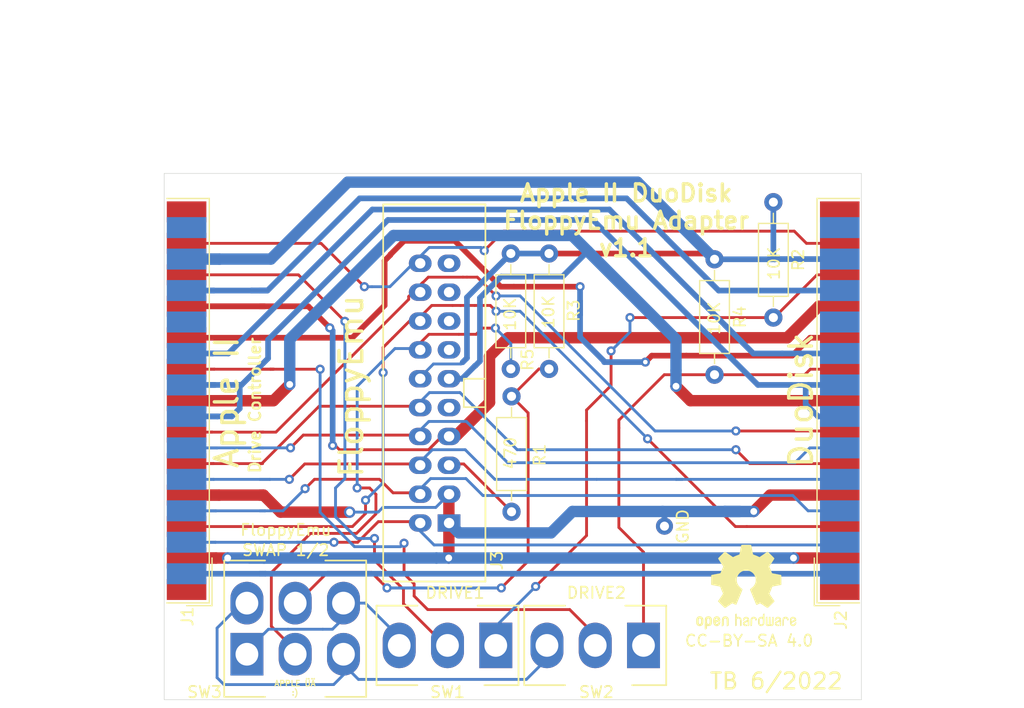
<source format=kicad_pcb>
(kicad_pcb (version 20171130) (host pcbnew 5.1.8-5.1.8)

  (general
    (thickness 1.6)
    (drawings 12)
    (tracks 540)
    (zones 0)
    (modules 13)
    (nets 40)
  )

  (page A4)
  (layers
    (0 F.Cu signal)
    (31 B.Cu signal)
    (32 B.Adhes user hide)
    (33 F.Adhes user hide)
    (34 B.Paste user hide)
    (35 F.Paste user hide)
    (36 B.SilkS user)
    (37 F.SilkS user)
    (38 B.Mask user)
    (39 F.Mask user)
    (40 Dwgs.User user)
    (41 Cmts.User user hide)
    (42 Eco1.User user)
    (43 Eco2.User user)
    (44 Edge.Cuts user)
    (45 Margin user)
    (46 B.CrtYd user hide)
    (47 F.CrtYd user hide)
    (48 B.Fab user)
    (49 F.Fab user hide)
  )

  (setup
    (last_trace_width 0.25)
    (user_trace_width 0.25)
    (user_trace_width 0.5)
    (user_trace_width 1)
    (trace_clearance 0.2)
    (zone_clearance 0.508)
    (zone_45_only no)
    (trace_min 0.2)
    (via_size 0.8)
    (via_drill 0.4)
    (via_min_size 0.4)
    (via_min_drill 0.3)
    (user_via 0.8 0.4)
    (user_via 1 0.6)
    (uvia_size 0.3)
    (uvia_drill 0.1)
    (uvias_allowed no)
    (uvia_min_size 0.2)
    (uvia_min_drill 0.1)
    (edge_width 0.05)
    (segment_width 0.2)
    (pcb_text_width 0.3)
    (pcb_text_size 1.5 1.5)
    (mod_edge_width 0.12)
    (mod_text_size 1 1)
    (mod_text_width 0.15)
    (pad_size 1.5 1.5)
    (pad_drill 0.8)
    (pad_to_mask_clearance 0)
    (aux_axis_origin 0 0)
    (visible_elements FFFFFF7F)
    (pcbplotparams
      (layerselection 0x010fc_ffffffff)
      (usegerberextensions false)
      (usegerberattributes true)
      (usegerberadvancedattributes true)
      (creategerberjobfile true)
      (excludeedgelayer true)
      (linewidth 0.100000)
      (plotframeref false)
      (viasonmask false)
      (mode 1)
      (useauxorigin false)
      (hpglpennumber 1)
      (hpglpenspeed 20)
      (hpglpendiameter 15.000000)
      (psnegative false)
      (psa4output false)
      (plotreference true)
      (plotvalue true)
      (plotinvisibletext false)
      (padsonsilk false)
      (subtractmaskfromsilk false)
      (outputformat 1)
      (mirror false)
      (drillshape 0)
      (scaleselection 1)
      (outputdirectory "Gerber/"))
  )

  (net 0 "")
  (net 1 "Net-(J1-Pad25)")
  (net 2 +5V)
  (net 3 /-12V)
  (net 4 "Net-(J1-Pad22)")
  (net 5 /+12V)
  (net 6 /PHASE3)
  (net 7 /PHASE2)
  (net 8 /PHASE1)
  (net 9 /PHASE0)
  (net 10 "Net-(J1-Pad13)")
  (net 11 ~ENABLE1)
  (net 12 ~ENABLE2)
  (net 13 /WR)
  (net 14 /WREQ)
  (net 15 "Net-(J1-Pad1)")
  (net 16 "Net-(J2-Pad25)")
  (net 17 "Net-(J2-Pad22)")
  (net 18 "Net-(J2-Pad13)")
  (net 19 ~DUO_ENABLE1)
  (net 20 ~DUO_ENABLE2)
  (net 21 "Net-(J2-Pad1)")
  (net 22 "Net-(J3-Pad19)")
  (net 23 "Net-(J3-Pad17)")
  (net 24 "Net-(J3-Pad15)")
  (net 25 ~FE_ENABLE1)
  (net 26 "Net-(J3-Pad13)")
  (net 27 "Net-(J3-Pad9)")
  (net 28 ~FE_ENABLE2)
  (net 29 /GND2)
  (net 30 /GND1)
  (net 31 /_+5V)
  (net 32 /GND4)
  (net 33 /GND3)
  (net 34 GND)
  (net 35 /~FE_ENABLE2_R)
  (net 36 /~FE_ENABLE1_SW)
  (net 37 /~FE_ENABLE2_SW)
  (net 38 /RD)
  (net 39 /WPROT)

  (net_class Default "This is the default net class."
    (clearance 0.2)
    (trace_width 0.25)
    (via_dia 0.8)
    (via_drill 0.4)
    (uvia_dia 0.3)
    (uvia_drill 0.1)
    (add_net +5V)
    (add_net /+12V)
    (add_net /-12V)
    (add_net /GND1)
    (add_net /GND2)
    (add_net /GND3)
    (add_net /GND4)
    (add_net /PHASE0)
    (add_net /PHASE1)
    (add_net /PHASE2)
    (add_net /PHASE3)
    (add_net /RD)
    (add_net /WPROT)
    (add_net /WR)
    (add_net /WREQ)
    (add_net /_+5V)
    (add_net /~FE_ENABLE1_SW)
    (add_net /~FE_ENABLE2_R)
    (add_net /~FE_ENABLE2_SW)
    (add_net GND)
    (add_net "Net-(J1-Pad1)")
    (add_net "Net-(J1-Pad13)")
    (add_net "Net-(J1-Pad22)")
    (add_net "Net-(J1-Pad25)")
    (add_net "Net-(J2-Pad1)")
    (add_net "Net-(J2-Pad13)")
    (add_net "Net-(J2-Pad22)")
    (add_net "Net-(J2-Pad25)")
    (add_net "Net-(J3-Pad13)")
    (add_net "Net-(J3-Pad15)")
    (add_net "Net-(J3-Pad17)")
    (add_net "Net-(J3-Pad19)")
    (add_net "Net-(J3-Pad9)")
    (add_net ~DUO_ENABLE1)
    (add_net ~DUO_ENABLE2)
    (add_net ~ENABLE1)
    (add_net ~ENABLE2)
    (add_net ~FE_ENABLE1)
    (add_net ~FE_ENABLE2)
  )

  (module Symbols:OSHW-Logo2_9.8x8mm_SilkScreen locked (layer F.Cu) (tedit 0) (tstamp 62A91255)
    (at 128.9304 75.0824)
    (descr "Open Source Hardware Symbol")
    (tags "Logo Symbol OSHW")
    (attr virtual)
    (fp_text reference REF*** (at 0 0) (layer F.SilkS) hide
      (effects (font (size 1 1) (thickness 0.15)))
    )
    (fp_text value OSHW-Logo2_9.8x8mm_SilkScreen (at 0.75 0) (layer F.Fab) hide
      (effects (font (size 1 1) (thickness 0.15)))
    )
    (fp_poly (pts (xy -3.231114 2.584505) (xy -3.156461 2.621727) (xy -3.090569 2.690261) (xy -3.072423 2.715648)
      (xy -3.052655 2.748866) (xy -3.039828 2.784945) (xy -3.03249 2.833098) (xy -3.029187 2.902536)
      (xy -3.028462 2.994206) (xy -3.031737 3.11983) (xy -3.043123 3.214154) (xy -3.064959 3.284523)
      (xy -3.099581 3.338286) (xy -3.14933 3.382788) (xy -3.152986 3.385423) (xy -3.202015 3.412377)
      (xy -3.261055 3.425712) (xy -3.336141 3.429) (xy -3.458205 3.429) (xy -3.458256 3.547497)
      (xy -3.459392 3.613492) (xy -3.466314 3.652202) (xy -3.484402 3.675419) (xy -3.519038 3.694933)
      (xy -3.527355 3.69892) (xy -3.56628 3.717603) (xy -3.596417 3.729403) (xy -3.618826 3.730422)
      (xy -3.634567 3.716761) (xy -3.644698 3.684522) (xy -3.650277 3.629804) (xy -3.652365 3.548711)
      (xy -3.652019 3.437344) (xy -3.6503 3.291802) (xy -3.649763 3.248269) (xy -3.647828 3.098205)
      (xy -3.646096 3.000042) (xy -3.458308 3.000042) (xy -3.457252 3.083364) (xy -3.452562 3.13788)
      (xy -3.441949 3.173837) (xy -3.423128 3.201482) (xy -3.41035 3.214965) (xy -3.35811 3.254417)
      (xy -3.311858 3.257628) (xy -3.264133 3.225049) (xy -3.262923 3.223846) (xy -3.243506 3.198668)
      (xy -3.231693 3.164447) (xy -3.225735 3.111748) (xy -3.22388 3.031131) (xy -3.223846 3.013271)
      (xy -3.22833 2.902175) (xy -3.242926 2.825161) (xy -3.26935 2.778147) (xy -3.309317 2.75705)
      (xy -3.332416 2.754923) (xy -3.387238 2.7649) (xy -3.424842 2.797752) (xy -3.447477 2.857857)
      (xy -3.457394 2.949598) (xy -3.458308 3.000042) (xy -3.646096 3.000042) (xy -3.645778 2.98206)
      (xy -3.643127 2.894679) (xy -3.639394 2.830905) (xy -3.634093 2.785582) (xy -3.626742 2.753555)
      (xy -3.616857 2.729668) (xy -3.603954 2.708764) (xy -3.598421 2.700898) (xy -3.525031 2.626595)
      (xy -3.43224 2.584467) (xy -3.324904 2.572722) (xy -3.231114 2.584505)) (layer F.SilkS) (width 0.01))
    (fp_poly (pts (xy -1.728336 2.595089) (xy -1.665633 2.631358) (xy -1.622039 2.667358) (xy -1.590155 2.705075)
      (xy -1.56819 2.751199) (xy -1.554351 2.812421) (xy -1.546847 2.895431) (xy -1.543883 3.006919)
      (xy -1.543539 3.087062) (xy -1.543539 3.382065) (xy -1.709615 3.456515) (xy -1.719385 3.133402)
      (xy -1.723421 3.012729) (xy -1.727656 2.925141) (xy -1.732903 2.86465) (xy -1.739975 2.825268)
      (xy -1.749689 2.801007) (xy -1.762856 2.78588) (xy -1.767081 2.782606) (xy -1.831091 2.757034)
      (xy -1.895792 2.767153) (xy -1.934308 2.794) (xy -1.949975 2.813024) (xy -1.96082 2.837988)
      (xy -1.967712 2.875834) (xy -1.971521 2.933502) (xy -1.973117 3.017935) (xy -1.973385 3.105928)
      (xy -1.973437 3.216323) (xy -1.975328 3.294463) (xy -1.981655 3.347165) (xy -1.995017 3.381242)
      (xy -2.018015 3.403511) (xy -2.053246 3.420787) (xy -2.100303 3.438738) (xy -2.151697 3.458278)
      (xy -2.145579 3.111485) (xy -2.143116 2.986468) (xy -2.140233 2.894082) (xy -2.136102 2.827881)
      (xy -2.129893 2.78142) (xy -2.120774 2.748256) (xy -2.107917 2.721944) (xy -2.092416 2.698729)
      (xy -2.017629 2.624569) (xy -1.926372 2.581684) (xy -1.827117 2.571412) (xy -1.728336 2.595089)) (layer F.SilkS) (width 0.01))
    (fp_poly (pts (xy -3.983114 2.587256) (xy -3.891536 2.635409) (xy -3.823951 2.712905) (xy -3.799943 2.762727)
      (xy -3.781262 2.837533) (xy -3.771699 2.932052) (xy -3.770792 3.03521) (xy -3.778079 3.135935)
      (xy -3.793097 3.223153) (xy -3.815385 3.285791) (xy -3.822235 3.296579) (xy -3.903368 3.377105)
      (xy -3.999734 3.425336) (xy -4.104299 3.43945) (xy -4.210032 3.417629) (xy -4.239457 3.404547)
      (xy -4.296759 3.364231) (xy -4.34705 3.310775) (xy -4.351803 3.303995) (xy -4.371122 3.271321)
      (xy -4.383892 3.236394) (xy -4.391436 3.190414) (xy -4.395076 3.124584) (xy -4.396135 3.030105)
      (xy -4.396154 3.008923) (xy -4.396106 3.002182) (xy -4.200769 3.002182) (xy -4.199632 3.091349)
      (xy -4.195159 3.15052) (xy -4.185754 3.188741) (xy -4.169824 3.215053) (xy -4.161692 3.223846)
      (xy -4.114942 3.257261) (xy -4.069553 3.255737) (xy -4.02366 3.226752) (xy -3.996288 3.195809)
      (xy -3.980077 3.150643) (xy -3.970974 3.07942) (xy -3.970349 3.071114) (xy -3.968796 2.942037)
      (xy -3.985035 2.846172) (xy -4.018848 2.784107) (xy -4.070016 2.756432) (xy -4.08828 2.754923)
      (xy -4.13624 2.762513) (xy -4.169047 2.788808) (xy -4.189105 2.839095) (xy -4.198822 2.918664)
      (xy -4.200769 3.002182) (xy -4.396106 3.002182) (xy -4.395426 2.908249) (xy -4.392371 2.837906)
      (xy -4.385678 2.789163) (xy -4.37404 2.753288) (xy -4.356147 2.721548) (xy -4.352192 2.715648)
      (xy -4.285733 2.636104) (xy -4.213315 2.589929) (xy -4.125151 2.571599) (xy -4.095213 2.570703)
      (xy -3.983114 2.587256)) (layer F.SilkS) (width 0.01))
    (fp_poly (pts (xy -2.465746 2.599745) (xy -2.388714 2.651567) (xy -2.329184 2.726412) (xy -2.293622 2.821654)
      (xy -2.286429 2.891756) (xy -2.287246 2.921009) (xy -2.294086 2.943407) (xy -2.312888 2.963474)
      (xy -2.349592 2.985733) (xy -2.410138 3.014709) (xy -2.500466 3.054927) (xy -2.500923 3.055129)
      (xy -2.584067 3.09321) (xy -2.652247 3.127025) (xy -2.698495 3.152933) (xy -2.715842 3.167295)
      (xy -2.715846 3.167411) (xy -2.700557 3.198685) (xy -2.664804 3.233157) (xy -2.623758 3.25799)
      (xy -2.602963 3.262923) (xy -2.54623 3.245862) (xy -2.497373 3.203133) (xy -2.473535 3.156155)
      (xy -2.450603 3.121522) (xy -2.405682 3.082081) (xy -2.352877 3.048009) (xy -2.30629 3.02948)
      (xy -2.296548 3.028462) (xy -2.285582 3.045215) (xy -2.284921 3.088039) (xy -2.29298 3.145781)
      (xy -2.308173 3.207289) (xy -2.328914 3.261409) (xy -2.329962 3.26351) (xy -2.392379 3.35066)
      (xy -2.473274 3.409939) (xy -2.565144 3.439034) (xy -2.660487 3.435634) (xy -2.751802 3.397428)
      (xy -2.755862 3.394741) (xy -2.827694 3.329642) (xy -2.874927 3.244705) (xy -2.901066 3.133021)
      (xy -2.904574 3.101643) (xy -2.910787 2.953536) (xy -2.903339 2.884468) (xy -2.715846 2.884468)
      (xy -2.71341 2.927552) (xy -2.700086 2.940126) (xy -2.666868 2.930719) (xy -2.614506 2.908483)
      (xy -2.555976 2.88061) (xy -2.554521 2.879872) (xy -2.504911 2.853777) (xy -2.485 2.836363)
      (xy -2.48991 2.818107) (xy -2.510584 2.79412) (xy -2.563181 2.759406) (xy -2.619823 2.756856)
      (xy -2.670631 2.782119) (xy -2.705724 2.830847) (xy -2.715846 2.884468) (xy -2.903339 2.884468)
      (xy -2.898008 2.835036) (xy -2.865222 2.741055) (xy -2.819579 2.675215) (xy -2.737198 2.608681)
      (xy -2.646454 2.575676) (xy -2.553815 2.573573) (xy -2.465746 2.599745)) (layer F.SilkS) (width 0.01))
    (fp_poly (pts (xy -0.840154 2.49212) (xy -0.834428 2.57198) (xy -0.827851 2.619039) (xy -0.818738 2.639566)
      (xy -0.805402 2.639829) (xy -0.801077 2.637378) (xy -0.743556 2.619636) (xy -0.668732 2.620672)
      (xy -0.592661 2.63891) (xy -0.545082 2.662505) (xy -0.496298 2.700198) (xy -0.460636 2.742855)
      (xy -0.436155 2.797057) (xy -0.420913 2.869384) (xy -0.41297 2.966419) (xy -0.410384 3.094742)
      (xy -0.410338 3.119358) (xy -0.410308 3.39587) (xy -0.471839 3.41732) (xy -0.515541 3.431912)
      (xy -0.539518 3.438706) (xy -0.540223 3.438769) (xy -0.542585 3.420345) (xy -0.544594 3.369526)
      (xy -0.546099 3.292993) (xy -0.546947 3.19743) (xy -0.547077 3.139329) (xy -0.547349 3.024771)
      (xy -0.548748 2.942667) (xy -0.552151 2.886393) (xy -0.558433 2.849326) (xy -0.568471 2.824844)
      (xy -0.583139 2.806325) (xy -0.592298 2.797406) (xy -0.655211 2.761466) (xy -0.723864 2.758775)
      (xy -0.786152 2.78917) (xy -0.797671 2.800144) (xy -0.814567 2.820779) (xy -0.826286 2.845256)
      (xy -0.833767 2.880647) (xy -0.837946 2.934026) (xy -0.839763 3.012466) (xy -0.840154 3.120617)
      (xy -0.840154 3.39587) (xy -0.901685 3.41732) (xy -0.945387 3.431912) (xy -0.969364 3.438706)
      (xy -0.97007 3.438769) (xy -0.971874 3.420069) (xy -0.9735 3.367322) (xy -0.974883 3.285557)
      (xy -0.975958 3.179805) (xy -0.97666 3.055094) (xy -0.976923 2.916455) (xy -0.976923 2.381806)
      (xy -0.849923 2.328236) (xy -0.840154 2.49212)) (layer F.SilkS) (width 0.01))
    (fp_poly (pts (xy 0.053501 2.626303) (xy 0.13006 2.654733) (xy 0.130936 2.655279) (xy 0.178285 2.690127)
      (xy 0.213241 2.730852) (xy 0.237825 2.783925) (xy 0.254062 2.855814) (xy 0.263975 2.952992)
      (xy 0.269586 3.081928) (xy 0.270077 3.100298) (xy 0.277141 3.377287) (xy 0.217695 3.408028)
      (xy 0.174681 3.428802) (xy 0.14871 3.438646) (xy 0.147509 3.438769) (xy 0.143014 3.420606)
      (xy 0.139444 3.371612) (xy 0.137248 3.300031) (xy 0.136769 3.242068) (xy 0.136758 3.14817)
      (xy 0.132466 3.089203) (xy 0.117503 3.061079) (xy 0.085482 3.059706) (xy 0.030014 3.080998)
      (xy -0.053731 3.120136) (xy -0.115311 3.152643) (xy -0.146983 3.180845) (xy -0.156294 3.211582)
      (xy -0.156308 3.213104) (xy -0.140943 3.266054) (xy -0.095453 3.29466) (xy -0.025834 3.298803)
      (xy 0.024313 3.298084) (xy 0.050754 3.312527) (xy 0.067243 3.347218) (xy 0.076733 3.391416)
      (xy 0.063057 3.416493) (xy 0.057907 3.420082) (xy 0.009425 3.434496) (xy -0.058469 3.436537)
      (xy -0.128388 3.426983) (xy -0.177932 3.409522) (xy -0.24643 3.351364) (xy -0.285366 3.270408)
      (xy -0.293077 3.20716) (xy -0.287193 3.150111) (xy -0.265899 3.103542) (xy -0.223735 3.062181)
      (xy -0.155241 3.020755) (xy -0.054956 2.973993) (xy -0.048846 2.97135) (xy 0.04149 2.929617)
      (xy 0.097235 2.895391) (xy 0.121129 2.864635) (xy 0.115913 2.833311) (xy 0.084328 2.797383)
      (xy 0.074883 2.789116) (xy 0.011617 2.757058) (xy -0.053936 2.758407) (xy -0.111028 2.789838)
      (xy -0.148907 2.848024) (xy -0.152426 2.859446) (xy -0.1867 2.914837) (xy -0.230191 2.941518)
      (xy -0.293077 2.96796) (xy -0.293077 2.899548) (xy -0.273948 2.80011) (xy -0.217169 2.708902)
      (xy -0.187622 2.678389) (xy -0.120458 2.639228) (xy -0.035044 2.6215) (xy 0.053501 2.626303)) (layer F.SilkS) (width 0.01))
    (fp_poly (pts (xy 0.713362 2.62467) (xy 0.802117 2.657421) (xy 0.874022 2.71535) (xy 0.902144 2.756128)
      (xy 0.932802 2.830954) (xy 0.932165 2.885058) (xy 0.899987 2.921446) (xy 0.888081 2.927633)
      (xy 0.836675 2.946925) (xy 0.810422 2.941982) (xy 0.80153 2.909587) (xy 0.801077 2.891692)
      (xy 0.784797 2.825859) (xy 0.742365 2.779807) (xy 0.683388 2.757564) (xy 0.617475 2.763161)
      (xy 0.563895 2.792229) (xy 0.545798 2.80881) (xy 0.532971 2.828925) (xy 0.524306 2.859332)
      (xy 0.518696 2.906788) (xy 0.515035 2.97805) (xy 0.512215 3.079875) (xy 0.511484 3.112115)
      (xy 0.50882 3.22241) (xy 0.505792 3.300036) (xy 0.50125 3.351396) (xy 0.494046 3.38289)
      (xy 0.483033 3.40092) (xy 0.46706 3.411888) (xy 0.456834 3.416733) (xy 0.413406 3.433301)
      (xy 0.387842 3.438769) (xy 0.379395 3.420507) (xy 0.374239 3.365296) (xy 0.372346 3.272499)
      (xy 0.373689 3.141478) (xy 0.374107 3.121269) (xy 0.377058 3.001733) (xy 0.380548 2.914449)
      (xy 0.385514 2.852591) (xy 0.392893 2.809336) (xy 0.403624 2.77786) (xy 0.418645 2.751339)
      (xy 0.426502 2.739975) (xy 0.471553 2.689692) (xy 0.52194 2.650581) (xy 0.528108 2.647167)
      (xy 0.618458 2.620212) (xy 0.713362 2.62467)) (layer F.SilkS) (width 0.01))
    (fp_poly (pts (xy 1.602081 2.780289) (xy 1.601833 2.92632) (xy 1.600872 3.038655) (xy 1.598794 3.122678)
      (xy 1.595193 3.183769) (xy 1.589665 3.227309) (xy 1.581804 3.258679) (xy 1.571207 3.283262)
      (xy 1.563182 3.297294) (xy 1.496728 3.373388) (xy 1.41247 3.421084) (xy 1.319249 3.438199)
      (xy 1.2259 3.422546) (xy 1.170312 3.394418) (xy 1.111957 3.34576) (xy 1.072186 3.286333)
      (xy 1.04819 3.208507) (xy 1.037161 3.104652) (xy 1.035599 3.028462) (xy 1.035809 3.022986)
      (xy 1.172308 3.022986) (xy 1.173141 3.110355) (xy 1.176961 3.168192) (xy 1.185746 3.206029)
      (xy 1.201474 3.233398) (xy 1.220266 3.254042) (xy 1.283375 3.29389) (xy 1.351137 3.297295)
      (xy 1.415179 3.264025) (xy 1.420164 3.259517) (xy 1.441439 3.236067) (xy 1.454779 3.208166)
      (xy 1.462001 3.166641) (xy 1.464923 3.102316) (xy 1.465385 3.0312) (xy 1.464383 2.941858)
      (xy 1.460238 2.882258) (xy 1.451236 2.843089) (xy 1.435667 2.81504) (xy 1.422902 2.800144)
      (xy 1.3636 2.762575) (xy 1.295301 2.758057) (xy 1.23011 2.786753) (xy 1.217528 2.797406)
      (xy 1.196111 2.821063) (xy 1.182744 2.849251) (xy 1.175566 2.891245) (xy 1.172719 2.956319)
      (xy 1.172308 3.022986) (xy 1.035809 3.022986) (xy 1.040322 2.905765) (xy 1.056362 2.813577)
      (xy 1.086528 2.744269) (xy 1.133629 2.690211) (xy 1.170312 2.662505) (xy 1.23699 2.632572)
      (xy 1.314272 2.618678) (xy 1.38611 2.622397) (xy 1.426308 2.6374) (xy 1.442082 2.64167)
      (xy 1.45255 2.62575) (xy 1.459856 2.583089) (xy 1.465385 2.518106) (xy 1.471437 2.445732)
      (xy 1.479844 2.402187) (xy 1.495141 2.377287) (xy 1.521864 2.360845) (xy 1.538654 2.353564)
      (xy 1.602154 2.326963) (xy 1.602081 2.780289)) (layer F.SilkS) (width 0.01))
    (fp_poly (pts (xy 2.395929 2.636662) (xy 2.398911 2.688068) (xy 2.401247 2.766192) (xy 2.402749 2.864857)
      (xy 2.403231 2.968343) (xy 2.403231 3.318533) (xy 2.341401 3.380363) (xy 2.298793 3.418462)
      (xy 2.26139 3.433895) (xy 2.21027 3.432918) (xy 2.189978 3.430433) (xy 2.126554 3.4232)
      (xy 2.074095 3.419055) (xy 2.061308 3.418672) (xy 2.018199 3.421176) (xy 1.956544 3.427462)
      (xy 1.932638 3.430433) (xy 1.873922 3.435028) (xy 1.834464 3.425046) (xy 1.795338 3.394228)
      (xy 1.781215 3.380363) (xy 1.719385 3.318533) (xy 1.719385 2.663503) (xy 1.76915 2.640829)
      (xy 1.812002 2.624034) (xy 1.837073 2.618154) (xy 1.843501 2.636736) (xy 1.849509 2.688655)
      (xy 1.854697 2.768172) (xy 1.858664 2.869546) (xy 1.860577 2.955192) (xy 1.865923 3.292231)
      (xy 1.91256 3.298825) (xy 1.954976 3.294214) (xy 1.97576 3.279287) (xy 1.98157 3.251377)
      (xy 1.98653 3.191925) (xy 1.990246 3.108466) (xy 1.992324 3.008532) (xy 1.992624 2.957104)
      (xy 1.992923 2.661054) (xy 2.054454 2.639604) (xy 2.098004 2.62502) (xy 2.121694 2.618219)
      (xy 2.122377 2.618154) (xy 2.124754 2.636642) (xy 2.127366 2.687906) (xy 2.129995 2.765649)
      (xy 2.132421 2.863574) (xy 2.134115 2.955192) (xy 2.139461 3.292231) (xy 2.256692 3.292231)
      (xy 2.262072 2.984746) (xy 2.267451 2.677261) (xy 2.324601 2.647707) (xy 2.366797 2.627413)
      (xy 2.39177 2.618204) (xy 2.392491 2.618154) (xy 2.395929 2.636662)) (layer F.SilkS) (width 0.01))
    (fp_poly (pts (xy 2.887333 2.633528) (xy 2.94359 2.659117) (xy 2.987747 2.690124) (xy 3.020101 2.724795)
      (xy 3.042438 2.76952) (xy 3.056546 2.830692) (xy 3.064211 2.914701) (xy 3.06722 3.02794)
      (xy 3.067538 3.102509) (xy 3.067538 3.39342) (xy 3.017773 3.416095) (xy 2.978576 3.432667)
      (xy 2.959157 3.438769) (xy 2.955442 3.42061) (xy 2.952495 3.371648) (xy 2.950691 3.300153)
      (xy 2.950308 3.243385) (xy 2.948661 3.161371) (xy 2.944222 3.096309) (xy 2.93774 3.056467)
      (xy 2.93259 3.048) (xy 2.897977 3.056646) (xy 2.84364 3.078823) (xy 2.780722 3.108886)
      (xy 2.720368 3.141192) (xy 2.673721 3.170098) (xy 2.651926 3.189961) (xy 2.651839 3.190175)
      (xy 2.653714 3.226935) (xy 2.670525 3.262026) (xy 2.700039 3.290528) (xy 2.743116 3.300061)
      (xy 2.779932 3.29895) (xy 2.832074 3.298133) (xy 2.859444 3.310349) (xy 2.875882 3.342624)
      (xy 2.877955 3.34871) (xy 2.885081 3.394739) (xy 2.866024 3.422687) (xy 2.816353 3.436007)
      (xy 2.762697 3.43847) (xy 2.666142 3.42021) (xy 2.616159 3.394131) (xy 2.554429 3.332868)
      (xy 2.52169 3.25767) (xy 2.518753 3.178211) (xy 2.546424 3.104167) (xy 2.588047 3.057769)
      (xy 2.629604 3.031793) (xy 2.694922 2.998907) (xy 2.771038 2.965557) (xy 2.783726 2.960461)
      (xy 2.867333 2.923565) (xy 2.91553 2.891046) (xy 2.93103 2.858718) (xy 2.91655 2.822394)
      (xy 2.891692 2.794) (xy 2.832939 2.759039) (xy 2.768293 2.756417) (xy 2.709008 2.783358)
      (xy 2.666339 2.837088) (xy 2.660739 2.85095) (xy 2.628133 2.901936) (xy 2.58053 2.939787)
      (xy 2.520461 2.97085) (xy 2.520461 2.882768) (xy 2.523997 2.828951) (xy 2.539156 2.786534)
      (xy 2.572768 2.741279) (xy 2.605035 2.70642) (xy 2.655209 2.657062) (xy 2.694193 2.630547)
      (xy 2.736064 2.619911) (xy 2.78346 2.618154) (xy 2.887333 2.633528)) (layer F.SilkS) (width 0.01))
    (fp_poly (pts (xy 3.570807 2.636782) (xy 3.594161 2.646988) (xy 3.649902 2.691134) (xy 3.697569 2.754967)
      (xy 3.727048 2.823087) (xy 3.731846 2.85667) (xy 3.71576 2.903556) (xy 3.680475 2.928365)
      (xy 3.642644 2.943387) (xy 3.625321 2.946155) (xy 3.616886 2.926066) (xy 3.60023 2.882351)
      (xy 3.592923 2.862598) (xy 3.551948 2.794271) (xy 3.492622 2.760191) (xy 3.416552 2.761239)
      (xy 3.410918 2.762581) (xy 3.370305 2.781836) (xy 3.340448 2.819375) (xy 3.320055 2.879809)
      (xy 3.307836 2.967751) (xy 3.3025 3.087813) (xy 3.302 3.151698) (xy 3.301752 3.252403)
      (xy 3.300126 3.321054) (xy 3.295801 3.364673) (xy 3.287454 3.390282) (xy 3.273765 3.404903)
      (xy 3.253411 3.415558) (xy 3.252234 3.416095) (xy 3.213038 3.432667) (xy 3.193619 3.438769)
      (xy 3.190635 3.420319) (xy 3.188081 3.369323) (xy 3.18614 3.292308) (xy 3.184997 3.195805)
      (xy 3.184769 3.125184) (xy 3.185932 2.988525) (xy 3.190479 2.884851) (xy 3.199999 2.808108)
      (xy 3.216081 2.752246) (xy 3.240313 2.711212) (xy 3.274286 2.678954) (xy 3.307833 2.65644)
      (xy 3.388499 2.626476) (xy 3.482381 2.619718) (xy 3.570807 2.636782)) (layer F.SilkS) (width 0.01))
    (fp_poly (pts (xy 4.245224 2.647838) (xy 4.322528 2.698361) (xy 4.359814 2.74359) (xy 4.389353 2.825663)
      (xy 4.391699 2.890607) (xy 4.386385 2.977445) (xy 4.186115 3.065103) (xy 4.088739 3.109887)
      (xy 4.025113 3.145913) (xy 3.992029 3.177117) (xy 3.98628 3.207436) (xy 4.004658 3.240805)
      (xy 4.024923 3.262923) (xy 4.083889 3.298393) (xy 4.148024 3.300879) (xy 4.206926 3.273235)
      (xy 4.250197 3.21832) (xy 4.257936 3.198928) (xy 4.295006 3.138364) (xy 4.337654 3.112552)
      (xy 4.396154 3.090471) (xy 4.396154 3.174184) (xy 4.390982 3.23115) (xy 4.370723 3.279189)
      (xy 4.328262 3.334346) (xy 4.321951 3.341514) (xy 4.27472 3.390585) (xy 4.234121 3.41692)
      (xy 4.183328 3.429035) (xy 4.14122 3.433003) (xy 4.065902 3.433991) (xy 4.012286 3.421466)
      (xy 3.978838 3.402869) (xy 3.926268 3.361975) (xy 3.889879 3.317748) (xy 3.86685 3.262126)
      (xy 3.854359 3.187047) (xy 3.849587 3.084449) (xy 3.849206 3.032376) (xy 3.850501 2.969948)
      (xy 3.968471 2.969948) (xy 3.969839 3.003438) (xy 3.973249 3.008923) (xy 3.995753 3.001472)
      (xy 4.044182 2.981753) (xy 4.108908 2.953718) (xy 4.122443 2.947692) (xy 4.204244 2.906096)
      (xy 4.249312 2.869538) (xy 4.259217 2.835296) (xy 4.235526 2.800648) (xy 4.21596 2.785339)
      (xy 4.14536 2.754721) (xy 4.07928 2.75978) (xy 4.023959 2.797151) (xy 3.985636 2.863473)
      (xy 3.973349 2.916116) (xy 3.968471 2.969948) (xy 3.850501 2.969948) (xy 3.85173 2.91072)
      (xy 3.861032 2.82071) (xy 3.87946 2.755167) (xy 3.90936 2.706912) (xy 3.95308 2.668767)
      (xy 3.972141 2.65644) (xy 4.058726 2.624336) (xy 4.153522 2.622316) (xy 4.245224 2.647838)) (layer F.SilkS) (width 0.01))
    (fp_poly (pts (xy 0.139878 -3.712224) (xy 0.245612 -3.711645) (xy 0.322132 -3.710078) (xy 0.374372 -3.707028)
      (xy 0.407263 -3.702004) (xy 0.425737 -3.694511) (xy 0.434727 -3.684056) (xy 0.439163 -3.670147)
      (xy 0.439594 -3.668346) (xy 0.446333 -3.635855) (xy 0.458808 -3.571748) (xy 0.475719 -3.482849)
      (xy 0.495771 -3.375981) (xy 0.517664 -3.257967) (xy 0.518429 -3.253822) (xy 0.540359 -3.138169)
      (xy 0.560877 -3.035986) (xy 0.578659 -2.953402) (xy 0.592381 -2.896544) (xy 0.600718 -2.871542)
      (xy 0.601116 -2.871099) (xy 0.625677 -2.85889) (xy 0.676315 -2.838544) (xy 0.742095 -2.814455)
      (xy 0.742461 -2.814326) (xy 0.825317 -2.783182) (xy 0.923 -2.743509) (xy 1.015077 -2.703619)
      (xy 1.019434 -2.701647) (xy 1.169407 -2.63358) (xy 1.501498 -2.860361) (xy 1.603374 -2.929496)
      (xy 1.695657 -2.991303) (xy 1.773003 -3.042267) (xy 1.830064 -3.078873) (xy 1.861495 -3.097606)
      (xy 1.864479 -3.098996) (xy 1.887321 -3.09281) (xy 1.929982 -3.062965) (xy 1.994128 -3.008053)
      (xy 2.081421 -2.926666) (xy 2.170535 -2.840078) (xy 2.256441 -2.754753) (xy 2.333327 -2.676892)
      (xy 2.396564 -2.611303) (xy 2.441523 -2.562795) (xy 2.463576 -2.536175) (xy 2.464396 -2.534805)
      (xy 2.466834 -2.516537) (xy 2.45765 -2.486705) (xy 2.434574 -2.441279) (xy 2.395337 -2.37623)
      (xy 2.33767 -2.28753) (xy 2.260795 -2.173343) (xy 2.19257 -2.072838) (xy 2.131582 -1.982697)
      (xy 2.081356 -1.908151) (xy 2.045416 -1.854435) (xy 2.027287 -1.826782) (xy 2.026146 -1.824905)
      (xy 2.028359 -1.79841) (xy 2.045138 -1.746914) (xy 2.073142 -1.680149) (xy 2.083122 -1.658828)
      (xy 2.126672 -1.563841) (xy 2.173134 -1.456063) (xy 2.210877 -1.362808) (xy 2.238073 -1.293594)
      (xy 2.259675 -1.240994) (xy 2.272158 -1.213503) (xy 2.273709 -1.211384) (xy 2.296668 -1.207876)
      (xy 2.350786 -1.198262) (xy 2.428868 -1.183911) (xy 2.523719 -1.166193) (xy 2.628143 -1.146475)
      (xy 2.734944 -1.126126) (xy 2.836926 -1.106514) (xy 2.926894 -1.089009) (xy 2.997653 -1.074978)
      (xy 3.042006 -1.065791) (xy 3.052885 -1.063193) (xy 3.064122 -1.056782) (xy 3.072605 -1.042303)
      (xy 3.078714 -1.014867) (xy 3.082832 -0.969589) (xy 3.085341 -0.90158) (xy 3.086621 -0.805953)
      (xy 3.087054 -0.67782) (xy 3.087077 -0.625299) (xy 3.087077 -0.198155) (xy 2.9845 -0.177909)
      (xy 2.927431 -0.16693) (xy 2.842269 -0.150905) (xy 2.739372 -0.131767) (xy 2.629096 -0.111449)
      (xy 2.598615 -0.105868) (xy 2.496855 -0.086083) (xy 2.408205 -0.066627) (xy 2.340108 -0.049303)
      (xy 2.300004 -0.035912) (xy 2.293323 -0.031921) (xy 2.276919 -0.003658) (xy 2.253399 0.051109)
      (xy 2.227316 0.121588) (xy 2.222142 0.136769) (xy 2.187956 0.230896) (xy 2.145523 0.337101)
      (xy 2.103997 0.432473) (xy 2.103792 0.432916) (xy 2.03464 0.582525) (xy 2.489512 1.251617)
      (xy 2.1975 1.544116) (xy 2.10918 1.63117) (xy 2.028625 1.707909) (xy 1.96036 1.770237)
      (xy 1.908908 1.814056) (xy 1.878794 1.83527) (xy 1.874474 1.836616) (xy 1.849111 1.826016)
      (xy 1.797358 1.796547) (xy 1.724868 1.751705) (xy 1.637294 1.694984) (xy 1.542612 1.631462)
      (xy 1.446516 1.566668) (xy 1.360837 1.510287) (xy 1.291016 1.465788) (xy 1.242494 1.436639)
      (xy 1.220782 1.426308) (xy 1.194293 1.43505) (xy 1.144062 1.458087) (xy 1.080451 1.490631)
      (xy 1.073708 1.494249) (xy 0.988046 1.53721) (xy 0.929306 1.558279) (xy 0.892772 1.558503)
      (xy 0.873731 1.538928) (xy 0.87362 1.538654) (xy 0.864102 1.515472) (xy 0.841403 1.460441)
      (xy 0.807282 1.377822) (xy 0.7635 1.271872) (xy 0.711816 1.146852) (xy 0.653992 1.00702)
      (xy 0.597991 0.871637) (xy 0.536447 0.722234) (xy 0.479939 0.583832) (xy 0.430161 0.460673)
      (xy 0.388806 0.357002) (xy 0.357568 0.277059) (xy 0.338141 0.225088) (xy 0.332154 0.205692)
      (xy 0.347168 0.183443) (xy 0.386439 0.147982) (xy 0.438807 0.108887) (xy 0.587941 -0.014755)
      (xy 0.704511 -0.156478) (xy 0.787118 -0.313296) (xy 0.834366 -0.482225) (xy 0.844857 -0.660278)
      (xy 0.837231 -0.742461) (xy 0.795682 -0.912969) (xy 0.724123 -1.063541) (xy 0.626995 -1.192691)
      (xy 0.508734 -1.298936) (xy 0.37378 -1.38079) (xy 0.226571 -1.436768) (xy 0.071544 -1.465385)
      (xy -0.086861 -1.465156) (xy -0.244206 -1.434595) (xy -0.396054 -1.372218) (xy -0.537965 -1.27654)
      (xy -0.597197 -1.222428) (xy -0.710797 -1.08348) (xy -0.789894 -0.931639) (xy -0.835014 -0.771333)
      (xy -0.846684 -0.606988) (xy -0.825431 -0.443029) (xy -0.77178 -0.283882) (xy -0.68626 -0.133975)
      (xy -0.569395 0.002267) (xy -0.438807 0.108887) (xy -0.384412 0.149642) (xy -0.345986 0.184718)
      (xy -0.332154 0.205726) (xy -0.339397 0.228635) (xy -0.359995 0.283365) (xy -0.392254 0.365672)
      (xy -0.434479 0.471315) (xy -0.484977 0.59605) (xy -0.542052 0.735636) (xy -0.598146 0.87167)
      (xy -0.660033 1.021201) (xy -0.717356 1.159767) (xy -0.768356 1.283107) (xy -0.811273 1.386964)
      (xy -0.844347 1.46708) (xy -0.865819 1.519195) (xy -0.873775 1.538654) (xy -0.892571 1.558423)
      (xy -0.928926 1.558365) (xy -0.987521 1.537441) (xy -1.073032 1.494613) (xy -1.073708 1.494249)
      (xy -1.138093 1.461012) (xy -1.190139 1.436802) (xy -1.219488 1.426404) (xy -1.220783 1.426308)
      (xy -1.242876 1.436855) (xy -1.291652 1.466184) (xy -1.361669 1.510827) (xy -1.447486 1.567314)
      (xy -1.542612 1.631462) (xy -1.63946 1.696411) (xy -1.726747 1.752896) (xy -1.798819 1.797421)
      (xy -1.850023 1.82649) (xy -1.874474 1.836616) (xy -1.89699 1.823307) (xy -1.942258 1.786112)
      (xy -2.005756 1.729128) (xy -2.082961 1.656449) (xy -2.169349 1.572171) (xy -2.197601 1.544016)
      (xy -2.489713 1.251416) (xy -2.267369 0.925104) (xy -2.199798 0.824897) (xy -2.140493 0.734963)
      (xy -2.092783 0.66051) (xy -2.059993 0.606751) (xy -2.045452 0.578894) (xy -2.045026 0.576912)
      (xy -2.052692 0.550655) (xy -2.073311 0.497837) (xy -2.103315 0.42731) (xy -2.124375 0.380093)
      (xy -2.163752 0.289694) (xy -2.200835 0.198366) (xy -2.229585 0.1212) (xy -2.237395 0.097692)
      (xy -2.259583 0.034916) (xy -2.281273 -0.013589) (xy -2.293187 -0.031921) (xy -2.319477 -0.043141)
      (xy -2.376858 -0.059046) (xy -2.457882 -0.077833) (xy -2.555105 -0.097701) (xy -2.598615 -0.105868)
      (xy -2.709104 -0.126171) (xy -2.815084 -0.14583) (xy -2.906199 -0.162912) (xy -2.972092 -0.175482)
      (xy -2.9845 -0.177909) (xy -3.087077 -0.198155) (xy -3.087077 -0.625299) (xy -3.086847 -0.765754)
      (xy -3.085901 -0.872021) (xy -3.083859 -0.948987) (xy -3.080338 -1.00154) (xy -3.074957 -1.034567)
      (xy -3.067334 -1.052955) (xy -3.057088 -1.061592) (xy -3.052885 -1.063193) (xy -3.02753 -1.068873)
      (xy -2.971516 -1.080205) (xy -2.892036 -1.095821) (xy -2.796288 -1.114353) (xy -2.691467 -1.134431)
      (xy -2.584768 -1.154688) (xy -2.483387 -1.173754) (xy -2.394521 -1.190261) (xy -2.325363 -1.202841)
      (xy -2.283111 -1.210125) (xy -2.27371 -1.211384) (xy -2.265193 -1.228237) (xy -2.24634 -1.27313)
      (xy -2.220676 -1.33757) (xy -2.210877 -1.362808) (xy -2.171352 -1.460314) (xy -2.124808 -1.568041)
      (xy -2.083123 -1.658828) (xy -2.05245 -1.728247) (xy -2.032044 -1.78529) (xy -2.025232 -1.820223)
      (xy -2.026318 -1.824905) (xy -2.040715 -1.847009) (xy -2.073588 -1.896169) (xy -2.12141 -1.967152)
      (xy -2.180652 -2.054722) (xy -2.247785 -2.153643) (xy -2.261059 -2.17317) (xy -2.338954 -2.28886)
      (xy -2.396213 -2.376956) (xy -2.435119 -2.441514) (xy -2.457956 -2.486589) (xy -2.467006 -2.516237)
      (xy -2.464552 -2.534515) (xy -2.464489 -2.534631) (xy -2.445173 -2.558639) (xy -2.402449 -2.605053)
      (xy -2.340949 -2.669063) (xy -2.265302 -2.745855) (xy -2.180139 -2.830618) (xy -2.170535 -2.840078)
      (xy -2.06321 -2.944011) (xy -1.980385 -3.020325) (xy -1.920395 -3.070429) (xy -1.881577 -3.09573)
      (xy -1.86448 -3.098996) (xy -1.839527 -3.08475) (xy -1.787745 -3.051844) (xy -1.71448 -3.003792)
      (xy -1.62508 -2.94411) (xy -1.524889 -2.876312) (xy -1.501499 -2.860361) (xy -1.169407 -2.63358)
      (xy -1.019435 -2.701647) (xy -0.92823 -2.741315) (xy -0.830331 -2.781209) (xy -0.746169 -2.813017)
      (xy -0.742462 -2.814326) (xy -0.676631 -2.838424) (xy -0.625884 -2.8588) (xy -0.601158 -2.871064)
      (xy -0.601116 -2.871099) (xy -0.593271 -2.893266) (xy -0.579934 -2.947783) (xy -0.56243 -3.02852)
      (xy -0.542083 -3.12935) (xy -0.520218 -3.244144) (xy -0.518429 -3.253822) (xy -0.496496 -3.372096)
      (xy -0.47636 -3.479458) (xy -0.45932 -3.569083) (xy -0.446672 -3.634149) (xy -0.439716 -3.667832)
      (xy -0.439594 -3.668346) (xy -0.435361 -3.682675) (xy -0.427129 -3.693493) (xy -0.409967 -3.701294)
      (xy -0.378942 -3.706571) (xy -0.329122 -3.709818) (xy -0.255576 -3.711528) (xy -0.153371 -3.712193)
      (xy -0.017575 -3.712307) (xy 0 -3.712308) (xy 0.139878 -3.712224)) (layer F.SilkS) (width 0.01))
  )

  (module ThorstensFootprints:Header_2x10_Shrouded_100mil (layer F.Cu) (tedit 62A90631) (tstamp 629D125F)
    (at 101.4684 74.6436 90)
    (path /629DF311)
    (fp_text reference J3 (at 1.898 5.5164 90) (layer F.SilkS)
      (effects (font (size 1 1) (thickness 0.15)))
    )
    (fp_text value FloppyEmu (at 17.2396 -7.2992 90) (layer F.SilkS)
      (effects (font (size 2 2) (thickness 0.3)))
    )
    (fp_line (start 0.05 -4.5) (end 0.05 4.5) (layer F.SilkS) (width 0.15))
    (fp_line (start 33.25 -4.5) (end 33.25 4.5) (layer F.SilkS) (width 0.15))
    (fp_line (start 33.25 -4.5) (end 0.05 -4.5) (layer F.SilkS) (width 0.15))
    (fp_line (start 0.05 4.5) (end 33.25 4.5) (layer F.SilkS) (width 0.15))
    (fp_line (start 17.9 2.6) (end 17.9 4.5) (layer F.SilkS) (width 0.15))
    (fp_line (start 15.4 2.6) (end 15.4 4.5) (layer F.SilkS) (width 0.15))
    (fp_line (start 17.9 2.6) (end 15.4 2.6) (layer F.SilkS) (width 0.15))
    (pad 2 thru_hole oval (at 5.2 -1.24 90) (size 1.524 2) (drill 0.9144) (layers *.Cu *.Mask)
      (net 9 /PHASE0))
    (pad 1 thru_hole rect (at 5.2 1.3 90) (size 1.524 2) (drill 0.9144) (layers *.Cu *.Mask)
      (net 34 GND))
    (pad 4 thru_hole oval (at 7.74 -1.24 90) (size 1.524 2) (drill 0.9144) (layers *.Cu *.Mask)
      (net 8 /PHASE1))
    (pad 3 thru_hole oval (at 7.74 1.3 90) (size 1.524 2) (drill 0.9144) (layers *.Cu *.Mask)
      (net 34 GND))
    (pad 6 thru_hole oval (at 10.28 -1.24 90) (size 1.524 2) (drill 0.9144) (layers *.Cu *.Mask)
      (net 7 /PHASE2))
    (pad 5 thru_hole oval (at 10.28 1.3 90) (size 1.524 2) (drill 0.9144) (layers *.Cu *.Mask)
      (net 35 /~FE_ENABLE2_R))
    (pad 8 thru_hole oval (at 12.82 -1.24 90) (size 1.524 2) (drill 0.9144) (layers *.Cu *.Mask)
      (net 6 /PHASE3))
    (pad 7 thru_hole oval (at 12.82 1.3 90) (size 1.524 2) (drill 0.9144) (layers *.Cu *.Mask)
      (net 29 /GND2))
    (pad 10 thru_hole oval (at 15.36 -1.24 90) (size 1.524 2) (drill 0.9144) (layers *.Cu *.Mask)
      (net 14 /WREQ))
    (pad 9 thru_hole oval (at 15.36 1.3 90) (size 1.524 2) (drill 0.9144) (layers *.Cu *.Mask)
      (net 27 "Net-(J3-Pad9)"))
    (pad 12 thru_hole oval (at 17.9 -1.24 90) (size 1.524 2) (drill 0.9144) (layers *.Cu *.Mask)
      (net 2 +5V))
    (pad 11 thru_hole oval (at 17.9 1.3 90) (size 1.524 2) (drill 0.9144) (layers *.Cu *.Mask)
      (net 31 /_+5V))
    (pad 14 thru_hole oval (at 20.44 -1.24 90) (size 1.524 2) (drill 0.9144) (layers *.Cu *.Mask)
      (net 25 ~FE_ENABLE1))
    (pad 13 thru_hole oval (at 20.44 1.3 90) (size 1.524 2) (drill 0.9144) (layers *.Cu *.Mask)
      (net 26 "Net-(J3-Pad13)"))
    (pad 16 thru_hole oval (at 22.98 -1.24 90) (size 1.524 2) (drill 0.9144) (layers *.Cu *.Mask)
      (net 38 /RD))
    (pad 15 thru_hole oval (at 22.98 1.3 90) (size 1.524 2) (drill 0.9144) (layers *.Cu *.Mask)
      (net 24 "Net-(J3-Pad15)"))
    (pad 18 thru_hole oval (at 25.52 -1.24 90) (size 1.524 2) (drill 0.9144) (layers *.Cu *.Mask)
      (net 13 /WR))
    (pad 17 thru_hole oval (at 25.52 1.3 90) (size 1.524 2) (drill 0.9144) (layers *.Cu *.Mask)
      (net 23 "Net-(J3-Pad17)"))
    (pad 20 thru_hole oval (at 28.06 -1.24 90) (size 1.524 2) (drill 0.9144) (layers *.Cu *.Mask)
      (net 39 /WPROT))
    (pad 19 thru_hole oval (at 28.06 1.3 90) (size 1.524 2) (drill 0.9144) (layers *.Cu *.Mask)
      (net 22 "Net-(J3-Pad19)"))
  )

  (module ThorstensFootprints:KNX-2 (layer F.Cu) (tedit 62A65F35) (tstamp 62A61055)
    (at 82.9724 72.7456)
    (descr "KNX-2 switch")
    (tags switch)
    (path /62A26783)
    (fp_text reference SW3 (at -1.7272 11.5824 180) (layer F.SilkS)
      (effects (font (size 1 1) (thickness 0.15)))
    )
    (fp_text value "SWAP 1/2" (at 5.4196 -0.9144 180) (layer F.SilkS)
      (effects (font (size 1 1) (thickness 0.15)))
    )
    (fp_line (start 8.9 12) (end 12.5 12) (layer F.SilkS) (width 0.15))
    (fp_line (start 0 12) (end 3.6 12) (layer F.SilkS) (width 0.15))
    (fp_line (start 8.9 0) (end 12.5 0) (layer F.SilkS) (width 0.15))
    (fp_line (start 12.5 12) (end 12.5 0) (layer F.SilkS) (width 0.15))
    (fp_line (start 0 0) (end 12.5 0) (layer F.CrtYd) (width 0.05))
    (fp_line (start 0 12) (end 0 0) (layer F.CrtYd) (width 0.05))
    (fp_line (start 12.5 12) (end 0 12) (layer F.CrtYd) (width 0.05))
    (fp_line (start 12.5 0) (end 12.5 12) (layer F.CrtYd) (width 0.05))
    (fp_line (start 0 12) (end 0 0) (layer F.SilkS) (width 0.15))
    (fp_line (start 0 0) (end 3.6 0) (layer F.SilkS) (width 0.15))
    (fp_line (start 12.5 12) (end 12.5 0) (layer F.Fab) (width 0.1))
    (fp_line (start 0 12) (end 12.5 12) (layer F.Fab) (width 0.1))
    (fp_line (start 0 0) (end 0 12) (layer F.Fab) (width 0.1))
    (fp_line (start 0 0) (end 12.5 0) (layer F.Fab) (width 0.1))
    (fp_text user %R (at 6.4 0.5) (layer F.Fab) hide
      (effects (font (size 0.5 0.5) (thickness 0.1)))
    )
    (pad 6 thru_hole oval (at 2 3.75) (size 2.9 3.75) (drill 2) (layers *.Cu *.Mask)
      (net 37 /~FE_ENABLE2_SW))
    (pad 5 thru_hole oval (at 6.25 3.75) (size 2.9 3.75) (drill 2) (layers *.Cu *.Mask)
      (net 28 ~FE_ENABLE2))
    (pad 4 thru_hole oval (at 10.5 3.75) (size 2.9 3.75) (drill 2) (layers *.Cu *.Mask)
      (net 36 /~FE_ENABLE1_SW))
    (pad 3 thru_hole rect (at 2 8.25) (size 2.9 3.75) (drill 2) (layers *.Cu *.Mask)
      (net 36 /~FE_ENABLE1_SW))
    (pad 2 thru_hole oval (at 6.25 8.25) (size 2.9 3.75) (drill 2) (layers *.Cu *.Mask)
      (net 25 ~FE_ENABLE1))
    (pad 1 thru_hole oval (at 10.5 8.25) (size 2.9 3.75) (drill 2) (layers *.Cu *.Mask)
      (net 37 /~FE_ENABLE2_SW))
    (model ${KISYS3DMOD}/Buttons_Switches_THT.3dshapes/SW_CuK_OS102011MA1QN1_SPDT_Angled.wrl
      (at (xyz 0 0 0))
      (scale (xyz 1 1 1))
      (rotate (xyz 0 0 0))
    )
  )

  (module ThorstensFootprints:KNX-1 (layer F.Cu) (tedit 62A65F1A) (tstamp 62A633FD)
    (at 121.8852 83.7184 180)
    (descr "KNX-1 switch")
    (tags switch)
    (path /629FFF9C)
    (fp_text reference SW2 (at 6.1468 -0.6096) (layer F.SilkS)
      (effects (font (size 1 1) (thickness 0.15)))
    )
    (fp_text value DRIVE2 (at 6.1468 8.128) (layer F.SilkS)
      (effects (font (size 1 1) (thickness 0.15)))
    )
    (fp_line (start 8.9 7) (end 12.5 7) (layer F.SilkS) (width 0.15))
    (fp_line (start 0 7) (end 3.6 7) (layer F.SilkS) (width 0.15))
    (fp_line (start 8.9 0) (end 12.5 0) (layer F.SilkS) (width 0.15))
    (fp_line (start 12.5 7) (end 12.5 0) (layer F.SilkS) (width 0.15))
    (fp_line (start 0 0) (end 12.5 0) (layer F.CrtYd) (width 0.05))
    (fp_line (start 0 7) (end 0 0) (layer F.CrtYd) (width 0.05))
    (fp_line (start 12.5 7) (end 0 7) (layer F.CrtYd) (width 0.05))
    (fp_line (start 12.5 0) (end 12.5 7) (layer F.CrtYd) (width 0.05))
    (fp_line (start 0 7) (end 0 0) (layer F.SilkS) (width 0.15))
    (fp_line (start 0 0) (end 3 0) (layer F.SilkS) (width 0.15))
    (fp_line (start 12.5 7) (end 12.5 0) (layer F.Fab) (width 0.1))
    (fp_line (start 0 7) (end 12.5 7) (layer F.Fab) (width 0.1))
    (fp_line (start 0 0) (end 0 7) (layer F.Fab) (width 0.1))
    (fp_line (start 0 0) (end 12.5 0) (layer F.Fab) (width 0.1))
    (fp_text user %R (at 6.1 0.5) (layer F.Fab)
      (effects (font (size 0.5 0.5) (thickness 0.1)))
    )
    (pad 3 thru_hole oval (at 10.5 3.5 180) (size 2.9 4) (drill 2) (layers *.Cu *.Mask)
      (net 37 /~FE_ENABLE2_SW))
    (pad 2 thru_hole oval (at 6.25 3.5 180) (size 2.9 4) (drill 2) (layers *.Cu *.Mask)
      (net 12 ~ENABLE2))
    (pad 1 thru_hole rect (at 2 3.5 180) (size 2.9 4) (drill 2) (layers *.Cu *.Mask)
      (net 20 ~DUO_ENABLE2))
    (model ${KISYS3DMOD}/Buttons_Switches_THT.3dshapes/SW_CuK_OS102011MA1QN1_SPDT_Angled.wrl
      (at (xyz 0 0 0))
      (scale (xyz 1 1 1))
      (rotate (xyz 0 0 0))
    )
  )

  (module ThorstensFootprints:KNX-1 (layer F.Cu) (tedit 62A65F1A) (tstamp 629CDF5F)
    (at 108.8804 83.7184 180)
    (descr "KNX-1 switch")
    (tags switch)
    (path /629FE426)
    (fp_text reference SW1 (at 6.2484 -0.6096) (layer F.SilkS)
      (effects (font (size 1 1) (thickness 0.15)))
    )
    (fp_text value DRIVE1 (at 5.588 8.128) (layer F.SilkS)
      (effects (font (size 1 1) (thickness 0.15)))
    )
    (fp_line (start 8.9 7) (end 12.5 7) (layer F.SilkS) (width 0.15))
    (fp_line (start 0 7) (end 3.6 7) (layer F.SilkS) (width 0.15))
    (fp_line (start 8.9 0) (end 12.5 0) (layer F.SilkS) (width 0.15))
    (fp_line (start 12.5 7) (end 12.5 0) (layer F.SilkS) (width 0.15))
    (fp_line (start 0 0) (end 12.5 0) (layer F.CrtYd) (width 0.05))
    (fp_line (start 0 7) (end 0 0) (layer F.CrtYd) (width 0.05))
    (fp_line (start 12.5 7) (end 0 7) (layer F.CrtYd) (width 0.05))
    (fp_line (start 12.5 0) (end 12.5 7) (layer F.CrtYd) (width 0.05))
    (fp_line (start 0 7) (end 0 0) (layer F.SilkS) (width 0.15))
    (fp_line (start 0 0) (end 3 0) (layer F.SilkS) (width 0.15))
    (fp_line (start 12.5 7) (end 12.5 0) (layer F.Fab) (width 0.1))
    (fp_line (start 0 7) (end 12.5 7) (layer F.Fab) (width 0.1))
    (fp_line (start 0 0) (end 0 7) (layer F.Fab) (width 0.1))
    (fp_line (start 0 0) (end 12.5 0) (layer F.Fab) (width 0.1))
    (fp_text user %R (at 6.2865 -0.889) (layer F.Fab) hide
      (effects (font (size 0.5 0.5) (thickness 0.1)))
    )
    (pad 3 thru_hole oval (at 10.5 3.5 180) (size 2.9 4) (drill 2) (layers *.Cu *.Mask)
      (net 36 /~FE_ENABLE1_SW))
    (pad 2 thru_hole oval (at 6.25 3.5 180) (size 2.9 4) (drill 2) (layers *.Cu *.Mask)
      (net 11 ~ENABLE1))
    (pad 1 thru_hole rect (at 2 3.5 180) (size 2.9 4) (drill 2) (layers *.Cu *.Mask)
      (net 19 ~DUO_ENABLE1))
    (model ${KISYS3DMOD}/Buttons_Switches_THT.3dshapes/SW_CuK_OS102011MA1QN1_SPDT_Angled.wrl
      (at (xyz 0 0 0))
      (scale (xyz 1 1 1))
      (rotate (xyz 0 0 0))
    )
  )

  (module Measurement_Points:Measurement_Point_Round-TH_Small (layer F.Cu) (tedit 56C35F63) (tstamp 62A64284)
    (at 121.7295 69.723)
    (descr "Mesurement Point, Square, Trough Hole,  DM 1.5mm, Drill 0.8mm,")
    (tags "Mesurement Point Round Trough Hole 1.5mm Drill 0.8mm")
    (path /62B6B05E)
    (attr virtual)
    (fp_text reference TP1 (at 0 -2) (layer F.SilkS) hide
      (effects (font (size 1 1) (thickness 0.15)))
    )
    (fp_text value GND (at 1.6129 0.0254 90) (layer F.SilkS)
      (effects (font (size 1 1) (thickness 0.15)))
    )
    (fp_circle (center 0 0) (end 1 0) (layer F.CrtYd) (width 0.05))
    (pad 1 thru_hole circle (at 0 0) (size 1.5 1.5) (drill 0.8) (layers *.Cu *.Mask)
      (net 34 GND))
  )

  (module Resistors_THT:R_Axial_DIN0207_L6.3mm_D2.5mm_P10.16mm_Horizontal (layer F.Cu) (tedit 5874F706) (tstamp 62A657E5)
    (at 108.204 45.72 270)
    (descr "Resistor, Axial_DIN0207 series, Axial, Horizontal, pin pitch=10.16mm, 0.25W = 1/4W, length*diameter=6.3*2.5mm^2, http://cdn-reichelt.de/documents/datenblatt/B400/1_4W%23YAG.pdf")
    (tags "Resistor Axial_DIN0207 series Axial Horizontal pin pitch 10.16mm 0.25W = 1/4W length 6.3mm diameter 2.5mm")
    (path /62A00AA8)
    (fp_text reference R5 (at 9.3472 -1.4732 90) (layer F.SilkS)
      (effects (font (size 1 1) (thickness 0.15)))
    )
    (fp_text value 10K (at 5.334 0.0635 90) (layer F.SilkS)
      (effects (font (size 1 1) (thickness 0.15)))
    )
    (fp_line (start 11.25 -1.6) (end -1.05 -1.6) (layer F.CrtYd) (width 0.05))
    (fp_line (start 11.25 1.6) (end 11.25 -1.6) (layer F.CrtYd) (width 0.05))
    (fp_line (start -1.05 1.6) (end 11.25 1.6) (layer F.CrtYd) (width 0.05))
    (fp_line (start -1.05 -1.6) (end -1.05 1.6) (layer F.CrtYd) (width 0.05))
    (fp_line (start 9.18 0) (end 8.29 0) (layer F.SilkS) (width 0.12))
    (fp_line (start 0.98 0) (end 1.87 0) (layer F.SilkS) (width 0.12))
    (fp_line (start 8.29 -1.31) (end 1.87 -1.31) (layer F.SilkS) (width 0.12))
    (fp_line (start 8.29 1.31) (end 8.29 -1.31) (layer F.SilkS) (width 0.12))
    (fp_line (start 1.87 1.31) (end 8.29 1.31) (layer F.SilkS) (width 0.12))
    (fp_line (start 1.87 -1.31) (end 1.87 1.31) (layer F.SilkS) (width 0.12))
    (fp_line (start 10.16 0) (end 8.23 0) (layer F.Fab) (width 0.1))
    (fp_line (start 0 0) (end 1.93 0) (layer F.Fab) (width 0.1))
    (fp_line (start 8.23 -1.25) (end 1.93 -1.25) (layer F.Fab) (width 0.1))
    (fp_line (start 8.23 1.25) (end 8.23 -1.25) (layer F.Fab) (width 0.1))
    (fp_line (start 1.93 1.25) (end 8.23 1.25) (layer F.Fab) (width 0.1))
    (fp_line (start 1.93 -1.25) (end 1.93 1.25) (layer F.Fab) (width 0.1))
    (pad 1 thru_hole circle (at 0 0 270) (size 1.6 1.6) (drill 0.8) (layers *.Cu *.Mask)
      (net 2 +5V))
    (pad 2 thru_hole oval (at 10.16 0 270) (size 1.6 1.6) (drill 0.8) (layers *.Cu *.Mask)
      (net 25 ~FE_ENABLE1))
    (model ${KISYS3DMOD}/Resistors_THT.3dshapes/R_Axial_DIN0207_L6.3mm_D2.5mm_P10.16mm_Horizontal.wrl
      (at (xyz 0 0 0))
      (scale (xyz 0.393701 0.393701 0.393701))
      (rotate (xyz 0 0 0))
    )
  )

  (module Resistors_THT:R_Axial_DIN0207_L6.3mm_D2.5mm_P10.16mm_Horizontal (layer F.Cu) (tedit 5874F706) (tstamp 629D15A6)
    (at 111.5695 45.72 270)
    (descr "Resistor, Axial_DIN0207 series, Axial, Horizontal, pin pitch=10.16mm, 0.25W = 1/4W, length*diameter=6.3*2.5mm^2, http://cdn-reichelt.de/documents/datenblatt/B400/1_4W%23YAG.pdf")
    (tags "Resistor Axial_DIN0207 series Axial Horizontal pin pitch 10.16mm 0.25W = 1/4W length 6.3mm diameter 2.5mm")
    (path /62A0061F)
    (fp_text reference R3 (at 5.0292 -2.1717 90) (layer F.SilkS)
      (effects (font (size 1 1) (thickness 0.15)))
    )
    (fp_text value 10K (at 5.1308 0.0508 90) (layer F.SilkS)
      (effects (font (size 1 1) (thickness 0.15)))
    )
    (fp_line (start 1.93 -1.25) (end 1.93 1.25) (layer F.Fab) (width 0.1))
    (fp_line (start 1.93 1.25) (end 8.23 1.25) (layer F.Fab) (width 0.1))
    (fp_line (start 8.23 1.25) (end 8.23 -1.25) (layer F.Fab) (width 0.1))
    (fp_line (start 8.23 -1.25) (end 1.93 -1.25) (layer F.Fab) (width 0.1))
    (fp_line (start 0 0) (end 1.93 0) (layer F.Fab) (width 0.1))
    (fp_line (start 10.16 0) (end 8.23 0) (layer F.Fab) (width 0.1))
    (fp_line (start 1.87 -1.31) (end 1.87 1.31) (layer F.SilkS) (width 0.12))
    (fp_line (start 1.87 1.31) (end 8.29 1.31) (layer F.SilkS) (width 0.12))
    (fp_line (start 8.29 1.31) (end 8.29 -1.31) (layer F.SilkS) (width 0.12))
    (fp_line (start 8.29 -1.31) (end 1.87 -1.31) (layer F.SilkS) (width 0.12))
    (fp_line (start 0.98 0) (end 1.87 0) (layer F.SilkS) (width 0.12))
    (fp_line (start 9.18 0) (end 8.29 0) (layer F.SilkS) (width 0.12))
    (fp_line (start -1.05 -1.6) (end -1.05 1.6) (layer F.CrtYd) (width 0.05))
    (fp_line (start -1.05 1.6) (end 11.25 1.6) (layer F.CrtYd) (width 0.05))
    (fp_line (start 11.25 1.6) (end 11.25 -1.6) (layer F.CrtYd) (width 0.05))
    (fp_line (start 11.25 -1.6) (end -1.05 -1.6) (layer F.CrtYd) (width 0.05))
    (pad 1 thru_hole circle (at 0 0 270) (size 1.6 1.6) (drill 0.8) (layers *.Cu *.Mask)
      (net 2 +5V))
    (pad 2 thru_hole oval (at 10.16 0 270) (size 1.6 1.6) (drill 0.8) (layers *.Cu *.Mask)
      (net 28 ~FE_ENABLE2))
    (model ${KISYS3DMOD}/Resistors_THT.3dshapes/R_Axial_DIN0207_L6.3mm_D2.5mm_P10.16mm_Horizontal.wrl
      (at (xyz 0 0 0))
      (scale (xyz 0.393701 0.393701 0.393701))
      (rotate (xyz 0 0 0))
    )
  )

  (module Resistors_THT:R_Axial_DIN0207_L6.3mm_D2.5mm_P10.16mm_Horizontal (layer F.Cu) (tedit 5874F706) (tstamp 629CCFEF)
    (at 126.1364 56.388 90)
    (descr "Resistor, Axial_DIN0207 series, Axial, Horizontal, pin pitch=10.16mm, 0.25W = 1/4W, length*diameter=6.3*2.5mm^2, http://cdn-reichelt.de/documents/datenblatt/B400/1_4W%23YAG.pdf")
    (tags "Resistor Axial_DIN0207 series Axial Horizontal pin pitch 10.16mm 0.25W = 1/4W length 6.3mm diameter 2.5mm")
    (path /62A0082D)
    (fp_text reference R4 (at 5.08 2.2352 90) (layer F.SilkS)
      (effects (font (size 1 1) (thickness 0.15)))
    )
    (fp_text value 10K (at 4.9784 -0.0254 90) (layer F.SilkS)
      (effects (font (size 1 1) (thickness 0.15)))
    )
    (fp_line (start 1.93 -1.25) (end 1.93 1.25) (layer F.Fab) (width 0.1))
    (fp_line (start 1.93 1.25) (end 8.23 1.25) (layer F.Fab) (width 0.1))
    (fp_line (start 8.23 1.25) (end 8.23 -1.25) (layer F.Fab) (width 0.1))
    (fp_line (start 8.23 -1.25) (end 1.93 -1.25) (layer F.Fab) (width 0.1))
    (fp_line (start 0 0) (end 1.93 0) (layer F.Fab) (width 0.1))
    (fp_line (start 10.16 0) (end 8.23 0) (layer F.Fab) (width 0.1))
    (fp_line (start 1.87 -1.31) (end 1.87 1.31) (layer F.SilkS) (width 0.12))
    (fp_line (start 1.87 1.31) (end 8.29 1.31) (layer F.SilkS) (width 0.12))
    (fp_line (start 8.29 1.31) (end 8.29 -1.31) (layer F.SilkS) (width 0.12))
    (fp_line (start 8.29 -1.31) (end 1.87 -1.31) (layer F.SilkS) (width 0.12))
    (fp_line (start 0.98 0) (end 1.87 0) (layer F.SilkS) (width 0.12))
    (fp_line (start 9.18 0) (end 8.29 0) (layer F.SilkS) (width 0.12))
    (fp_line (start -1.05 -1.6) (end -1.05 1.6) (layer F.CrtYd) (width 0.05))
    (fp_line (start -1.05 1.6) (end 11.25 1.6) (layer F.CrtYd) (width 0.05))
    (fp_line (start 11.25 1.6) (end 11.25 -1.6) (layer F.CrtYd) (width 0.05))
    (fp_line (start 11.25 -1.6) (end -1.05 -1.6) (layer F.CrtYd) (width 0.05))
    (pad 1 thru_hole circle (at 0 0 90) (size 1.6 1.6) (drill 0.8) (layers *.Cu *.Mask)
      (net 20 ~DUO_ENABLE2))
    (pad 2 thru_hole oval (at 10.16 0 90) (size 1.6 1.6) (drill 0.8) (layers *.Cu *.Mask)
      (net 2 +5V))
    (model ${KISYS3DMOD}/Resistors_THT.3dshapes/R_Axial_DIN0207_L6.3mm_D2.5mm_P10.16mm_Horizontal.wrl
      (at (xyz 0 0 0))
      (scale (xyz 0.393701 0.393701 0.393701))
      (rotate (xyz 0 0 0))
    )
  )

  (module Resistors_THT:R_Axial_DIN0207_L6.3mm_D2.5mm_P10.16mm_Horizontal (layer F.Cu) (tedit 5874F706) (tstamp 629CCFCB)
    (at 131.318 41.1988 270)
    (descr "Resistor, Axial_DIN0207 series, Axial, Horizontal, pin pitch=10.16mm, 0.25W = 1/4W, length*diameter=6.3*2.5mm^2, http://cdn-reichelt.de/documents/datenblatt/B400/1_4W%23YAG.pdf")
    (tags "Resistor Axial_DIN0207 series Axial Horizontal pin pitch 10.16mm 0.25W = 1/4W length 6.3mm diameter 2.5mm")
    (path /62A00178)
    (fp_text reference R2 (at 5.08 -2.1844 90) (layer F.SilkS)
      (effects (font (size 1 1) (thickness 0.15)))
    )
    (fp_text value 10K (at 5.3848 -0.0508 90) (layer F.SilkS)
      (effects (font (size 1 1) (thickness 0.15)))
    )
    (fp_line (start 1.93 -1.25) (end 1.93 1.25) (layer F.Fab) (width 0.1))
    (fp_line (start 1.93 1.25) (end 8.23 1.25) (layer F.Fab) (width 0.1))
    (fp_line (start 8.23 1.25) (end 8.23 -1.25) (layer F.Fab) (width 0.1))
    (fp_line (start 8.23 -1.25) (end 1.93 -1.25) (layer F.Fab) (width 0.1))
    (fp_line (start 0 0) (end 1.93 0) (layer F.Fab) (width 0.1))
    (fp_line (start 10.16 0) (end 8.23 0) (layer F.Fab) (width 0.1))
    (fp_line (start 1.87 -1.31) (end 1.87 1.31) (layer F.SilkS) (width 0.12))
    (fp_line (start 1.87 1.31) (end 8.29 1.31) (layer F.SilkS) (width 0.12))
    (fp_line (start 8.29 1.31) (end 8.29 -1.31) (layer F.SilkS) (width 0.12))
    (fp_line (start 8.29 -1.31) (end 1.87 -1.31) (layer F.SilkS) (width 0.12))
    (fp_line (start 0.98 0) (end 1.87 0) (layer F.SilkS) (width 0.12))
    (fp_line (start 9.18 0) (end 8.29 0) (layer F.SilkS) (width 0.12))
    (fp_line (start -1.05 -1.6) (end -1.05 1.6) (layer F.CrtYd) (width 0.05))
    (fp_line (start -1.05 1.6) (end 11.25 1.6) (layer F.CrtYd) (width 0.05))
    (fp_line (start 11.25 1.6) (end 11.25 -1.6) (layer F.CrtYd) (width 0.05))
    (fp_line (start 11.25 -1.6) (end -1.05 -1.6) (layer F.CrtYd) (width 0.05))
    (pad 1 thru_hole circle (at 0 0 270) (size 1.6 1.6) (drill 0.8) (layers *.Cu *.Mask)
      (net 2 +5V))
    (pad 2 thru_hole oval (at 10.16 0 270) (size 1.6 1.6) (drill 0.8) (layers *.Cu *.Mask)
      (net 19 ~DUO_ENABLE1))
    (model ${KISYS3DMOD}/Resistors_THT.3dshapes/R_Axial_DIN0207_L6.3mm_D2.5mm_P10.16mm_Horizontal.wrl
      (at (xyz 0 0 0))
      (scale (xyz 0.393701 0.393701 0.393701))
      (rotate (xyz 0 0 0))
    )
  )

  (module Resistors_THT:R_Axial_DIN0207_L6.3mm_D2.5mm_P10.16mm_Horizontal (layer F.Cu) (tedit 5874F706) (tstamp 62A6558C)
    (at 108.2675 68.453 90)
    (descr "Resistor, Axial_DIN0207 series, Axial, Horizontal, pin pitch=10.16mm, 0.25W = 1/4W, length*diameter=6.3*2.5mm^2, http://cdn-reichelt.de/documents/datenblatt/B400/1_4W%23YAG.pdf")
    (tags "Resistor Axial_DIN0207 series Axial Horizontal pin pitch 10.16mm 0.25W = 1/4W length 6.3mm diameter 2.5mm")
    (path /629FBAE6)
    (fp_text reference R1 (at 5.0038 2.4765 90) (layer F.SilkS)
      (effects (font (size 1 1) (thickness 0.15)))
    )
    (fp_text value 470 (at 5.1562 -0.1016 90) (layer F.SilkS)
      (effects (font (size 1 1) (thickness 0.15)))
    )
    (fp_line (start 1.93 -1.25) (end 1.93 1.25) (layer F.Fab) (width 0.1))
    (fp_line (start 1.93 1.25) (end 8.23 1.25) (layer F.Fab) (width 0.1))
    (fp_line (start 8.23 1.25) (end 8.23 -1.25) (layer F.Fab) (width 0.1))
    (fp_line (start 8.23 -1.25) (end 1.93 -1.25) (layer F.Fab) (width 0.1))
    (fp_line (start 0 0) (end 1.93 0) (layer F.Fab) (width 0.1))
    (fp_line (start 10.16 0) (end 8.23 0) (layer F.Fab) (width 0.1))
    (fp_line (start 1.87 -1.31) (end 1.87 1.31) (layer F.SilkS) (width 0.12))
    (fp_line (start 1.87 1.31) (end 8.29 1.31) (layer F.SilkS) (width 0.12))
    (fp_line (start 8.29 1.31) (end 8.29 -1.31) (layer F.SilkS) (width 0.12))
    (fp_line (start 8.29 -1.31) (end 1.87 -1.31) (layer F.SilkS) (width 0.12))
    (fp_line (start 0.98 0) (end 1.87 0) (layer F.SilkS) (width 0.12))
    (fp_line (start 9.18 0) (end 8.29 0) (layer F.SilkS) (width 0.12))
    (fp_line (start -1.05 -1.6) (end -1.05 1.6) (layer F.CrtYd) (width 0.05))
    (fp_line (start -1.05 1.6) (end 11.25 1.6) (layer F.CrtYd) (width 0.05))
    (fp_line (start 11.25 1.6) (end 11.25 -1.6) (layer F.CrtYd) (width 0.05))
    (fp_line (start 11.25 -1.6) (end -1.05 -1.6) (layer F.CrtYd) (width 0.05))
    (pad 1 thru_hole circle (at 0 0 90) (size 1.6 1.6) (drill 0.8) (layers *.Cu *.Mask)
      (net 35 /~FE_ENABLE2_R))
    (pad 2 thru_hole oval (at 10.16 0 90) (size 1.6 1.6) (drill 0.8) (layers *.Cu *.Mask)
      (net 28 ~FE_ENABLE2))
    (model ${KISYS3DMOD}/Resistors_THT.3dshapes/R_Axial_DIN0207_L6.3mm_D2.5mm_P10.16mm_Horizontal.wrl
      (at (xyz 0 0 0))
      (scale (xyz 0.393701 0.393701 0.393701))
      (rotate (xyz 0 0 0))
    )
  )

  (module Connectors_DSUB:DSUB-25_Female_EdgeMount_Pitch2.77mm (layer F.Cu) (tedit 59F2C3AB) (tstamp 629CCED0)
    (at 79.661 58.674 270)
    (descr "25-pin D-Sub connector, solder-cups edge-mounted, female, x-pin-pitch 2.77mm, distance of mounting holes 47.1mm, see https://disti-assets.s3.amazonaws.com/tonar/files/datasheets/16730.pdf")
    (tags "25-pin D-Sub connector edge mount solder cup female x-pin-pitch 2.77mm mounting holes distance 47.1mm")
    (path /629CB973)
    (attr smd)
    (fp_text reference J1 (at 18.9992 -0.0762 90) (layer F.SilkS)
      (effects (font (size 1 1) (thickness 0.15)))
    )
    (fp_text value "Apple II" (at 0.1524 -3.5306 270) (layer F.SilkS)
      (effects (font (size 2 2) (thickness 0.3)))
    )
    (fp_line (start 16.02 -0.91) (end 16.02 1.99) (layer F.Fab) (width 0.1))
    (fp_line (start 16.02 1.99) (end 17.22 1.99) (layer F.Fab) (width 0.1))
    (fp_line (start 17.22 1.99) (end 17.22 -0.91) (layer F.Fab) (width 0.1))
    (fp_line (start 17.22 -0.91) (end 16.02 -0.91) (layer F.Fab) (width 0.1))
    (fp_line (start 13.25 -0.91) (end 13.25 1.99) (layer F.Fab) (width 0.1))
    (fp_line (start 13.25 1.99) (end 14.45 1.99) (layer F.Fab) (width 0.1))
    (fp_line (start 14.45 1.99) (end 14.45 -0.91) (layer F.Fab) (width 0.1))
    (fp_line (start 14.45 -0.91) (end 13.25 -0.91) (layer F.Fab) (width 0.1))
    (fp_line (start 10.48 -0.91) (end 10.48 1.99) (layer F.Fab) (width 0.1))
    (fp_line (start 10.48 1.99) (end 11.68 1.99) (layer F.Fab) (width 0.1))
    (fp_line (start 11.68 1.99) (end 11.68 -0.91) (layer F.Fab) (width 0.1))
    (fp_line (start 11.68 -0.91) (end 10.48 -0.91) (layer F.Fab) (width 0.1))
    (fp_line (start 7.71 -0.91) (end 7.71 1.99) (layer F.Fab) (width 0.1))
    (fp_line (start 7.71 1.99) (end 8.91 1.99) (layer F.Fab) (width 0.1))
    (fp_line (start 8.91 1.99) (end 8.91 -0.91) (layer F.Fab) (width 0.1))
    (fp_line (start 8.91 -0.91) (end 7.71 -0.91) (layer F.Fab) (width 0.1))
    (fp_line (start 4.94 -0.91) (end 4.94 1.99) (layer F.Fab) (width 0.1))
    (fp_line (start 4.94 1.99) (end 6.14 1.99) (layer F.Fab) (width 0.1))
    (fp_line (start 6.14 1.99) (end 6.14 -0.91) (layer F.Fab) (width 0.1))
    (fp_line (start 6.14 -0.91) (end 4.94 -0.91) (layer F.Fab) (width 0.1))
    (fp_line (start 2.17 -0.91) (end 2.17 1.99) (layer F.Fab) (width 0.1))
    (fp_line (start 2.17 1.99) (end 3.37 1.99) (layer F.Fab) (width 0.1))
    (fp_line (start 3.37 1.99) (end 3.37 -0.91) (layer F.Fab) (width 0.1))
    (fp_line (start 3.37 -0.91) (end 2.17 -0.91) (layer F.Fab) (width 0.1))
    (fp_line (start -0.6 -0.91) (end -0.6 1.99) (layer F.Fab) (width 0.1))
    (fp_line (start -0.6 1.99) (end 0.6 1.99) (layer F.Fab) (width 0.1))
    (fp_line (start 0.6 1.99) (end 0.6 -0.91) (layer F.Fab) (width 0.1))
    (fp_line (start 0.6 -0.91) (end -0.6 -0.91) (layer F.Fab) (width 0.1))
    (fp_line (start -3.37 -0.91) (end -3.37 1.99) (layer F.Fab) (width 0.1))
    (fp_line (start -3.37 1.99) (end -2.17 1.99) (layer F.Fab) (width 0.1))
    (fp_line (start -2.17 1.99) (end -2.17 -0.91) (layer F.Fab) (width 0.1))
    (fp_line (start -2.17 -0.91) (end -3.37 -0.91) (layer F.Fab) (width 0.1))
    (fp_line (start -6.14 -0.91) (end -6.14 1.99) (layer F.Fab) (width 0.1))
    (fp_line (start -6.14 1.99) (end -4.94 1.99) (layer F.Fab) (width 0.1))
    (fp_line (start -4.94 1.99) (end -4.94 -0.91) (layer F.Fab) (width 0.1))
    (fp_line (start -4.94 -0.91) (end -6.14 -0.91) (layer F.Fab) (width 0.1))
    (fp_line (start -8.91 -0.91) (end -8.91 1.99) (layer F.Fab) (width 0.1))
    (fp_line (start -8.91 1.99) (end -7.71 1.99) (layer F.Fab) (width 0.1))
    (fp_line (start -7.71 1.99) (end -7.71 -0.91) (layer F.Fab) (width 0.1))
    (fp_line (start -7.71 -0.91) (end -8.91 -0.91) (layer F.Fab) (width 0.1))
    (fp_line (start -11.68 -0.91) (end -11.68 1.99) (layer F.Fab) (width 0.1))
    (fp_line (start -11.68 1.99) (end -10.48 1.99) (layer F.Fab) (width 0.1))
    (fp_line (start -10.48 1.99) (end -10.48 -0.91) (layer F.Fab) (width 0.1))
    (fp_line (start -10.48 -0.91) (end -11.68 -0.91) (layer F.Fab) (width 0.1))
    (fp_line (start -14.45 -0.91) (end -14.45 1.99) (layer F.Fab) (width 0.1))
    (fp_line (start -14.45 1.99) (end -13.25 1.99) (layer F.Fab) (width 0.1))
    (fp_line (start -13.25 1.99) (end -13.25 -0.91) (layer F.Fab) (width 0.1))
    (fp_line (start -13.25 -0.91) (end -14.45 -0.91) (layer F.Fab) (width 0.1))
    (fp_line (start -17.22 -0.91) (end -17.22 1.99) (layer F.Fab) (width 0.1))
    (fp_line (start -17.22 1.99) (end -16.02 1.99) (layer F.Fab) (width 0.1))
    (fp_line (start -16.02 1.99) (end -16.02 -0.91) (layer F.Fab) (width 0.1))
    (fp_line (start -16.02 -0.91) (end -17.22 -0.91) (layer F.Fab) (width 0.1))
    (fp_line (start 14.635 -0.91) (end 14.635 1.99) (layer B.Fab) (width 0.1))
    (fp_line (start 14.635 1.99) (end 15.835 1.99) (layer B.Fab) (width 0.1))
    (fp_line (start 15.835 1.99) (end 15.835 -0.91) (layer B.Fab) (width 0.1))
    (fp_line (start 15.835 -0.91) (end 14.635 -0.91) (layer B.Fab) (width 0.1))
    (fp_line (start 11.865 -0.91) (end 11.865 1.99) (layer B.Fab) (width 0.1))
    (fp_line (start 11.865 1.99) (end 13.065 1.99) (layer B.Fab) (width 0.1))
    (fp_line (start 13.065 1.99) (end 13.065 -0.91) (layer B.Fab) (width 0.1))
    (fp_line (start 13.065 -0.91) (end 11.865 -0.91) (layer B.Fab) (width 0.1))
    (fp_line (start 9.095 -0.91) (end 9.095 1.99) (layer B.Fab) (width 0.1))
    (fp_line (start 9.095 1.99) (end 10.295 1.99) (layer B.Fab) (width 0.1))
    (fp_line (start 10.295 1.99) (end 10.295 -0.91) (layer B.Fab) (width 0.1))
    (fp_line (start 10.295 -0.91) (end 9.095 -0.91) (layer B.Fab) (width 0.1))
    (fp_line (start 6.325 -0.91) (end 6.325 1.99) (layer B.Fab) (width 0.1))
    (fp_line (start 6.325 1.99) (end 7.525 1.99) (layer B.Fab) (width 0.1))
    (fp_line (start 7.525 1.99) (end 7.525 -0.91) (layer B.Fab) (width 0.1))
    (fp_line (start 7.525 -0.91) (end 6.325 -0.91) (layer B.Fab) (width 0.1))
    (fp_line (start 3.555 -0.91) (end 3.555 1.99) (layer B.Fab) (width 0.1))
    (fp_line (start 3.555 1.99) (end 4.755 1.99) (layer B.Fab) (width 0.1))
    (fp_line (start 4.755 1.99) (end 4.755 -0.91) (layer B.Fab) (width 0.1))
    (fp_line (start 4.755 -0.91) (end 3.555 -0.91) (layer B.Fab) (width 0.1))
    (fp_line (start 0.785 -0.91) (end 0.785 1.99) (layer B.Fab) (width 0.1))
    (fp_line (start 0.785 1.99) (end 1.985 1.99) (layer B.Fab) (width 0.1))
    (fp_line (start 1.985 1.99) (end 1.985 -0.91) (layer B.Fab) (width 0.1))
    (fp_line (start 1.985 -0.91) (end 0.785 -0.91) (layer B.Fab) (width 0.1))
    (fp_line (start -1.985 -0.91) (end -1.985 1.99) (layer B.Fab) (width 0.1))
    (fp_line (start -1.985 1.99) (end -0.785 1.99) (layer B.Fab) (width 0.1))
    (fp_line (start -0.785 1.99) (end -0.785 -0.91) (layer B.Fab) (width 0.1))
    (fp_line (start -0.785 -0.91) (end -1.985 -0.91) (layer B.Fab) (width 0.1))
    (fp_line (start -4.755 -0.91) (end -4.755 1.99) (layer B.Fab) (width 0.1))
    (fp_line (start -4.755 1.99) (end -3.555 1.99) (layer B.Fab) (width 0.1))
    (fp_line (start -3.555 1.99) (end -3.555 -0.91) (layer B.Fab) (width 0.1))
    (fp_line (start -3.555 -0.91) (end -4.755 -0.91) (layer B.Fab) (width 0.1))
    (fp_line (start -7.525 -0.91) (end -7.525 1.99) (layer B.Fab) (width 0.1))
    (fp_line (start -7.525 1.99) (end -6.325 1.99) (layer B.Fab) (width 0.1))
    (fp_line (start -6.325 1.99) (end -6.325 -0.91) (layer B.Fab) (width 0.1))
    (fp_line (start -6.325 -0.91) (end -7.525 -0.91) (layer B.Fab) (width 0.1))
    (fp_line (start -10.295 -0.91) (end -10.295 1.99) (layer B.Fab) (width 0.1))
    (fp_line (start -10.295 1.99) (end -9.095 1.99) (layer B.Fab) (width 0.1))
    (fp_line (start -9.095 1.99) (end -9.095 -0.91) (layer B.Fab) (width 0.1))
    (fp_line (start -9.095 -0.91) (end -10.295 -0.91) (layer B.Fab) (width 0.1))
    (fp_line (start -13.065 -0.91) (end -13.065 1.99) (layer B.Fab) (width 0.1))
    (fp_line (start -13.065 1.99) (end -11.865 1.99) (layer B.Fab) (width 0.1))
    (fp_line (start -11.865 1.99) (end -11.865 -0.91) (layer B.Fab) (width 0.1))
    (fp_line (start -11.865 -0.91) (end -13.065 -0.91) (layer B.Fab) (width 0.1))
    (fp_line (start -15.835 -0.91) (end -15.835 1.99) (layer B.Fab) (width 0.1))
    (fp_line (start -15.835 1.99) (end -14.635 1.99) (layer B.Fab) (width 0.1))
    (fp_line (start -14.635 1.99) (end -14.635 -0.91) (layer B.Fab) (width 0.1))
    (fp_line (start -14.635 -0.91) (end -15.835 -0.91) (layer B.Fab) (width 0.1))
    (fp_line (start -18.55 1.99) (end -18.55 4.79) (layer F.Fab) (width 0.1))
    (fp_line (start -18.55 4.79) (end 18.55 4.79) (layer F.Fab) (width 0.1))
    (fp_line (start 18.55 4.79) (end 18.55 1.99) (layer F.Fab) (width 0.1))
    (fp_line (start 18.55 1.99) (end -18.55 1.99) (layer F.Fab) (width 0.1))
    (fp_line (start -19.55 4.79) (end -19.55 9.29) (layer F.Fab) (width 0.1))
    (fp_line (start -19.55 9.29) (end 19.55 9.29) (layer F.Fab) (width 0.1))
    (fp_line (start 19.55 9.29) (end 19.55 4.79) (layer F.Fab) (width 0.1))
    (fp_line (start 19.55 4.79) (end -19.55 4.79) (layer F.Fab) (width 0.1))
    (fp_line (start -26.55 9.29) (end -26.55 9.69) (layer F.Fab) (width 0.1))
    (fp_line (start -26.55 9.69) (end 26.55 9.69) (layer F.Fab) (width 0.1))
    (fp_line (start 26.55 9.69) (end 26.55 9.29) (layer F.Fab) (width 0.1))
    (fp_line (start 26.55 9.29) (end -26.55 9.29) (layer F.Fab) (width 0.1))
    (fp_line (start -19.15 9.69) (end -19.15 15.86) (layer F.Fab) (width 0.1))
    (fp_line (start -19.15 15.86) (end 19.15 15.86) (layer F.Fab) (width 0.1))
    (fp_line (start 19.15 15.86) (end 19.15 9.69) (layer F.Fab) (width 0.1))
    (fp_line (start 19.15 9.69) (end -19.15 9.69) (layer F.Fab) (width 0.1))
    (fp_line (start -18.05 -2.25) (end 18.05 -2.25) (layer F.CrtYd) (width 0.05))
    (fp_line (start 18.05 -2.25) (end 18.05 1.5) (layer F.CrtYd) (width 0.05))
    (fp_line (start 18.05 1.5) (end 19.05 1.5) (layer F.CrtYd) (width 0.05))
    (fp_line (start 19.05 1.5) (end 19.05 4.3) (layer F.CrtYd) (width 0.05))
    (fp_line (start 19.05 4.3) (end 20.05 4.3) (layer F.CrtYd) (width 0.05))
    (fp_line (start 20.05 4.3) (end 20.05 8.8) (layer F.CrtYd) (width 0.05))
    (fp_line (start 20.05 8.8) (end 27.05 8.8) (layer F.CrtYd) (width 0.05))
    (fp_line (start 27.05 8.8) (end 27.05 10.2) (layer F.CrtYd) (width 0.05))
    (fp_line (start 27.05 10.2) (end 19.65 10.2) (layer F.CrtYd) (width 0.05))
    (fp_line (start 19.65 10.2) (end 19.65 16.4) (layer F.CrtYd) (width 0.05))
    (fp_line (start 19.65 16.4) (end -19.65 16.4) (layer F.CrtYd) (width 0.05))
    (fp_line (start -19.65 16.4) (end -19.65 10.2) (layer F.CrtYd) (width 0.05))
    (fp_line (start -19.65 10.2) (end -27.05 10.2) (layer F.CrtYd) (width 0.05))
    (fp_line (start -27.05 10.2) (end -27.05 8.8) (layer F.CrtYd) (width 0.05))
    (fp_line (start -27.05 8.8) (end -20.05 8.8) (layer F.CrtYd) (width 0.05))
    (fp_line (start -20.05 8.8) (end -20.05 4.3) (layer F.CrtYd) (width 0.05))
    (fp_line (start -20.05 4.3) (end -19.05 4.3) (layer F.CrtYd) (width 0.05))
    (fp_line (start -19.05 4.3) (end -19.05 1.5) (layer F.CrtYd) (width 0.05))
    (fp_line (start -19.05 1.5) (end -18.05 1.5) (layer F.CrtYd) (width 0.05))
    (fp_line (start -18.05 1.5) (end -18.05 -2.25) (layer F.CrtYd) (width 0.05))
    (fp_line (start 17.803333 1.74) (end 17.803333 -2) (layer F.SilkS) (width 0.12))
    (fp_line (start 17.803333 -2) (end -17.803333 -2) (layer F.SilkS) (width 0.12))
    (fp_line (start -17.803333 -2) (end -17.803333 1.74) (layer F.SilkS) (width 0.12))
    (fp_line (start 18.043333 0) (end 18.043333 -2.24) (layer F.SilkS) (width 0.12))
    (fp_line (start 18.043333 -2.24) (end 13.85 -2.24) (layer F.SilkS) (width 0.12))
    (fp_line (start -26.55 1.99) (end 26.55 1.99) (layer Dwgs.User) (width 0.05))
    (fp_text user %R (at 0 3.39 90) (layer F.Fab)
      (effects (font (size 1 1) (thickness 0.15)))
    )
    (fp_text user "PCB edge" (at -21.55 1.323333 90) (layer Dwgs.User)
      (effects (font (size 0.5 0.5) (thickness 0.075)))
    )
    (pad 1 smd rect (at 16.62 0 270) (size 1.846667 3.48) (layers F.Cu F.Paste F.Mask)
      (net 15 "Net-(J1-Pad1)"))
    (pad 2 smd rect (at 13.85 0 270) (size 1.846667 3.48) (layers F.Cu F.Paste F.Mask)
      (net 34 GND))
    (pad 3 smd rect (at 11.08 0 270) (size 1.846667 3.48) (layers F.Cu F.Paste F.Mask)
      (net 38 /RD))
    (pad 4 smd rect (at 8.31 0 270) (size 1.846667 3.48) (layers F.Cu F.Paste F.Mask)
      (net 34 GND))
    (pad 5 smd rect (at 5.54 0 270) (size 1.846667 3.48) (layers F.Cu F.Paste F.Mask)
      (net 14 /WREQ))
    (pad 6 smd rect (at 2.77 0 270) (size 1.846667 3.48) (layers F.Cu F.Paste F.Mask)
      (net 13 /WR))
    (pad 7 smd rect (at 0 0 270) (size 1.846667 3.48) (layers F.Cu F.Paste F.Mask)
      (net 31 /_+5V))
    (pad 8 smd rect (at -2.77 0 270) (size 1.846667 3.48) (layers F.Cu F.Paste F.Mask)
      (net 12 ~ENABLE2))
    (pad 9 smd rect (at -5.54 0 270) (size 1.846667 3.48) (layers F.Cu F.Paste F.Mask)
      (net 30 /GND1))
    (pad 10 smd rect (at -8.31 0 270) (size 1.846667 3.48) (layers F.Cu F.Paste F.Mask)
      (net 29 /GND2))
    (pad 11 smd rect (at -11.08 0 270) (size 1.846667 3.48) (layers F.Cu F.Paste F.Mask)
      (net 11 ~ENABLE1))
    (pad 12 smd rect (at -13.85 0 270) (size 1.846667 3.48) (layers F.Cu F.Paste F.Mask)
      (net 39 /WPROT))
    (pad 13 smd rect (at -16.62 0 270) (size 1.846667 3.48) (layers F.Cu F.Paste F.Mask)
      (net 10 "Net-(J1-Pad13)"))
    (pad 14 smd rect (at 15.235 0 270) (size 1.846667 3.48) (layers B.Cu B.Paste B.Mask)
      (net 33 /GND3))
    (pad 15 smd rect (at 12.465 0 270) (size 1.846667 3.48) (layers B.Cu B.Paste B.Mask)
      (net 9 /PHASE0))
    (pad 16 smd rect (at 9.695 0 270) (size 1.846667 3.48) (layers B.Cu B.Paste B.Mask)
      (net 8 /PHASE1))
    (pad 17 smd rect (at 6.925 0 270) (size 1.846667 3.48) (layers B.Cu B.Paste B.Mask)
      (net 7 /PHASE2))
    (pad 18 smd rect (at 4.155 0 270) (size 1.846667 3.48) (layers B.Cu B.Paste B.Mask)
      (net 6 /PHASE3))
    (pad 19 smd rect (at 1.385 0 270) (size 1.846667 3.48) (layers B.Cu B.Paste B.Mask)
      (net 5 /+12V))
    (pad 20 smd rect (at -1.385 0 270) (size 1.846667 3.48) (layers B.Cu B.Paste B.Mask)
      (net 5 /+12V))
    (pad 21 smd rect (at -4.155 0 270) (size 1.846667 3.48) (layers B.Cu B.Paste B.Mask)
      (net 32 /GND4))
    (pad 22 smd rect (at -6.925 0 270) (size 1.846667 3.48) (layers B.Cu B.Paste B.Mask)
      (net 4 "Net-(J1-Pad22)"))
    (pad 23 smd rect (at -9.695 0 270) (size 1.846667 3.48) (layers B.Cu B.Paste B.Mask)
      (net 3 /-12V))
    (pad 24 smd rect (at -12.465 0 270) (size 1.846667 3.48) (layers B.Cu B.Paste B.Mask)
      (net 2 +5V))
    (pad 25 smd rect (at -15.235 0 270) (size 1.846667 3.48) (layers B.Cu B.Paste B.Mask)
      (net 1 "Net-(J1-Pad25)"))
    (model ${KISYS3DMOD}/Connectors_DSub.3dshapes/DSUB-25_Female_EdgeMount_Pitch2.77mm.wrl
      (at (xyz 0 0 0))
      (scale (xyz 1 1 1))
      (rotate (xyz 0 0 0))
    )
  )

  (module Connectors_DSUB:DSUB-25_Male_EdgeMount_Pitch2.77mm (layer F.Cu) (tedit 59F2C3AB) (tstamp 629D1BFD)
    (at 137.16 58.674 90)
    (descr "25-pin D-Sub connector, solder-cups edge-mounted, male, x-pin-pitch 2.77mm, distance of mounting holes 47.1mm, see https://disti-assets.s3.amazonaws.com/tonar/files/datasheets/16730.pdf")
    (tags "25-pin D-Sub connector edge mount solder cup male x-pin-pitch 2.77mm mounting holes distance 47.1mm")
    (path /629CD696)
    (attr smd)
    (fp_text reference J2 (at -19.304 0.1016 90) (layer F.SilkS)
      (effects (font (size 1 1) (thickness 0.15)))
    )
    (fp_text value DuoDisk (at 0.0508 -3.4036 270) (layer F.SilkS)
      (effects (font (size 2 2) (thickness 0.3)))
    )
    (fp_line (start -26.55 1.99) (end 26.55 1.99) (layer Dwgs.User) (width 0.05))
    (fp_line (start -18.043333 -2.24) (end -13.85 -2.24) (layer F.SilkS) (width 0.12))
    (fp_line (start -18.043333 0) (end -18.043333 -2.24) (layer F.SilkS) (width 0.12))
    (fp_line (start -17.803333 -2) (end -17.803333 1.74) (layer F.SilkS) (width 0.12))
    (fp_line (start 17.803333 -2) (end -17.803333 -2) (layer F.SilkS) (width 0.12))
    (fp_line (start 17.803333 1.74) (end 17.803333 -2) (layer F.SilkS) (width 0.12))
    (fp_line (start -18.05 1.5) (end -18.05 -2.25) (layer F.CrtYd) (width 0.05))
    (fp_line (start -19.05 1.5) (end -18.05 1.5) (layer F.CrtYd) (width 0.05))
    (fp_line (start -19.05 4.3) (end -19.05 1.5) (layer F.CrtYd) (width 0.05))
    (fp_line (start -20.05 4.3) (end -19.05 4.3) (layer F.CrtYd) (width 0.05))
    (fp_line (start -20.05 8.8) (end -20.05 4.3) (layer F.CrtYd) (width 0.05))
    (fp_line (start -27.05 8.8) (end -20.05 8.8) (layer F.CrtYd) (width 0.05))
    (fp_line (start -27.05 10.2) (end -27.05 8.8) (layer F.CrtYd) (width 0.05))
    (fp_line (start -19.65 10.2) (end -27.05 10.2) (layer F.CrtYd) (width 0.05))
    (fp_line (start -19.65 16.2) (end -19.65 10.2) (layer F.CrtYd) (width 0.05))
    (fp_line (start 19.65 16.2) (end -19.65 16.2) (layer F.CrtYd) (width 0.05))
    (fp_line (start 19.65 10.2) (end 19.65 16.2) (layer F.CrtYd) (width 0.05))
    (fp_line (start 27.05 10.2) (end 19.65 10.2) (layer F.CrtYd) (width 0.05))
    (fp_line (start 27.05 8.8) (end 27.05 10.2) (layer F.CrtYd) (width 0.05))
    (fp_line (start 20.05 8.8) (end 27.05 8.8) (layer F.CrtYd) (width 0.05))
    (fp_line (start 20.05 4.3) (end 20.05 8.8) (layer F.CrtYd) (width 0.05))
    (fp_line (start 19.05 4.3) (end 20.05 4.3) (layer F.CrtYd) (width 0.05))
    (fp_line (start 19.05 1.5) (end 19.05 4.3) (layer F.CrtYd) (width 0.05))
    (fp_line (start 18.05 1.5) (end 19.05 1.5) (layer F.CrtYd) (width 0.05))
    (fp_line (start 18.05 -2.25) (end 18.05 1.5) (layer F.CrtYd) (width 0.05))
    (fp_line (start -18.05 -2.25) (end 18.05 -2.25) (layer F.CrtYd) (width 0.05))
    (fp_line (start 19.15 9.69) (end -19.15 9.69) (layer F.Fab) (width 0.1))
    (fp_line (start 19.15 15.69) (end 19.15 9.69) (layer F.Fab) (width 0.1))
    (fp_line (start -19.15 15.69) (end 19.15 15.69) (layer F.Fab) (width 0.1))
    (fp_line (start -19.15 9.69) (end -19.15 15.69) (layer F.Fab) (width 0.1))
    (fp_line (start 26.55 9.29) (end -26.55 9.29) (layer F.Fab) (width 0.1))
    (fp_line (start 26.55 9.69) (end 26.55 9.29) (layer F.Fab) (width 0.1))
    (fp_line (start -26.55 9.69) (end 26.55 9.69) (layer F.Fab) (width 0.1))
    (fp_line (start -26.55 9.29) (end -26.55 9.69) (layer F.Fab) (width 0.1))
    (fp_line (start 19.55 4.79) (end -19.55 4.79) (layer F.Fab) (width 0.1))
    (fp_line (start 19.55 9.29) (end 19.55 4.79) (layer F.Fab) (width 0.1))
    (fp_line (start -19.55 9.29) (end 19.55 9.29) (layer F.Fab) (width 0.1))
    (fp_line (start -19.55 4.79) (end -19.55 9.29) (layer F.Fab) (width 0.1))
    (fp_line (start 18.55 1.99) (end -18.55 1.99) (layer F.Fab) (width 0.1))
    (fp_line (start 18.55 4.79) (end 18.55 1.99) (layer F.Fab) (width 0.1))
    (fp_line (start -18.55 4.79) (end 18.55 4.79) (layer F.Fab) (width 0.1))
    (fp_line (start -18.55 1.99) (end -18.55 4.79) (layer F.Fab) (width 0.1))
    (fp_line (start 15.835 -0.91) (end 14.635 -0.91) (layer B.Fab) (width 0.1))
    (fp_line (start 15.835 1.99) (end 15.835 -0.91) (layer B.Fab) (width 0.1))
    (fp_line (start 14.635 1.99) (end 15.835 1.99) (layer B.Fab) (width 0.1))
    (fp_line (start 14.635 -0.91) (end 14.635 1.99) (layer B.Fab) (width 0.1))
    (fp_line (start 13.065 -0.91) (end 11.865 -0.91) (layer B.Fab) (width 0.1))
    (fp_line (start 13.065 1.99) (end 13.065 -0.91) (layer B.Fab) (width 0.1))
    (fp_line (start 11.865 1.99) (end 13.065 1.99) (layer B.Fab) (width 0.1))
    (fp_line (start 11.865 -0.91) (end 11.865 1.99) (layer B.Fab) (width 0.1))
    (fp_line (start 10.295 -0.91) (end 9.095 -0.91) (layer B.Fab) (width 0.1))
    (fp_line (start 10.295 1.99) (end 10.295 -0.91) (layer B.Fab) (width 0.1))
    (fp_line (start 9.095 1.99) (end 10.295 1.99) (layer B.Fab) (width 0.1))
    (fp_line (start 9.095 -0.91) (end 9.095 1.99) (layer B.Fab) (width 0.1))
    (fp_line (start 7.525 -0.91) (end 6.325 -0.91) (layer B.Fab) (width 0.1))
    (fp_line (start 7.525 1.99) (end 7.525 -0.91) (layer B.Fab) (width 0.1))
    (fp_line (start 6.325 1.99) (end 7.525 1.99) (layer B.Fab) (width 0.1))
    (fp_line (start 6.325 -0.91) (end 6.325 1.99) (layer B.Fab) (width 0.1))
    (fp_line (start 4.755 -0.91) (end 3.555 -0.91) (layer B.Fab) (width 0.1))
    (fp_line (start 4.755 1.99) (end 4.755 -0.91) (layer B.Fab) (width 0.1))
    (fp_line (start 3.555 1.99) (end 4.755 1.99) (layer B.Fab) (width 0.1))
    (fp_line (start 3.555 -0.91) (end 3.555 1.99) (layer B.Fab) (width 0.1))
    (fp_line (start 1.985 -0.91) (end 0.785 -0.91) (layer B.Fab) (width 0.1))
    (fp_line (start 1.985 1.99) (end 1.985 -0.91) (layer B.Fab) (width 0.1))
    (fp_line (start 0.785 1.99) (end 1.985 1.99) (layer B.Fab) (width 0.1))
    (fp_line (start 0.785 -0.91) (end 0.785 1.99) (layer B.Fab) (width 0.1))
    (fp_line (start -0.785 -0.91) (end -1.985 -0.91) (layer B.Fab) (width 0.1))
    (fp_line (start -0.785 1.99) (end -0.785 -0.91) (layer B.Fab) (width 0.1))
    (fp_line (start -1.985 1.99) (end -0.785 1.99) (layer B.Fab) (width 0.1))
    (fp_line (start -1.985 -0.91) (end -1.985 1.99) (layer B.Fab) (width 0.1))
    (fp_line (start -3.555 -0.91) (end -4.755 -0.91) (layer B.Fab) (width 0.1))
    (fp_line (start -3.555 1.99) (end -3.555 -0.91) (layer B.Fab) (width 0.1))
    (fp_line (start -4.755 1.99) (end -3.555 1.99) (layer B.Fab) (width 0.1))
    (fp_line (start -4.755 -0.91) (end -4.755 1.99) (layer B.Fab) (width 0.1))
    (fp_line (start -6.325 -0.91) (end -7.525 -0.91) (layer B.Fab) (width 0.1))
    (fp_line (start -6.325 1.99) (end -6.325 -0.91) (layer B.Fab) (width 0.1))
    (fp_line (start -7.525 1.99) (end -6.325 1.99) (layer B.Fab) (width 0.1))
    (fp_line (start -7.525 -0.91) (end -7.525 1.99) (layer B.Fab) (width 0.1))
    (fp_line (start -9.095 -0.91) (end -10.295 -0.91) (layer B.Fab) (width 0.1))
    (fp_line (start -9.095 1.99) (end -9.095 -0.91) (layer B.Fab) (width 0.1))
    (fp_line (start -10.295 1.99) (end -9.095 1.99) (layer B.Fab) (width 0.1))
    (fp_line (start -10.295 -0.91) (end -10.295 1.99) (layer B.Fab) (width 0.1))
    (fp_line (start -11.865 -0.91) (end -13.065 -0.91) (layer B.Fab) (width 0.1))
    (fp_line (start -11.865 1.99) (end -11.865 -0.91) (layer B.Fab) (width 0.1))
    (fp_line (start -13.065 1.99) (end -11.865 1.99) (layer B.Fab) (width 0.1))
    (fp_line (start -13.065 -0.91) (end -13.065 1.99) (layer B.Fab) (width 0.1))
    (fp_line (start -14.635 -0.91) (end -15.835 -0.91) (layer B.Fab) (width 0.1))
    (fp_line (start -14.635 1.99) (end -14.635 -0.91) (layer B.Fab) (width 0.1))
    (fp_line (start -15.835 1.99) (end -14.635 1.99) (layer B.Fab) (width 0.1))
    (fp_line (start -15.835 -0.91) (end -15.835 1.99) (layer B.Fab) (width 0.1))
    (fp_line (start 17.22 -0.91) (end 16.02 -0.91) (layer F.Fab) (width 0.1))
    (fp_line (start 17.22 1.99) (end 17.22 -0.91) (layer F.Fab) (width 0.1))
    (fp_line (start 16.02 1.99) (end 17.22 1.99) (layer F.Fab) (width 0.1))
    (fp_line (start 16.02 -0.91) (end 16.02 1.99) (layer F.Fab) (width 0.1))
    (fp_line (start 14.45 -0.91) (end 13.25 -0.91) (layer F.Fab) (width 0.1))
    (fp_line (start 14.45 1.99) (end 14.45 -0.91) (layer F.Fab) (width 0.1))
    (fp_line (start 13.25 1.99) (end 14.45 1.99) (layer F.Fab) (width 0.1))
    (fp_line (start 13.25 -0.91) (end 13.25 1.99) (layer F.Fab) (width 0.1))
    (fp_line (start 11.68 -0.91) (end 10.48 -0.91) (layer F.Fab) (width 0.1))
    (fp_line (start 11.68 1.99) (end 11.68 -0.91) (layer F.Fab) (width 0.1))
    (fp_line (start 10.48 1.99) (end 11.68 1.99) (layer F.Fab) (width 0.1))
    (fp_line (start 10.48 -0.91) (end 10.48 1.99) (layer F.Fab) (width 0.1))
    (fp_line (start 8.91 -0.91) (end 7.71 -0.91) (layer F.Fab) (width 0.1))
    (fp_line (start 8.91 1.99) (end 8.91 -0.91) (layer F.Fab) (width 0.1))
    (fp_line (start 7.71 1.99) (end 8.91 1.99) (layer F.Fab) (width 0.1))
    (fp_line (start 7.71 -0.91) (end 7.71 1.99) (layer F.Fab) (width 0.1))
    (fp_line (start 6.14 -0.91) (end 4.94 -0.91) (layer F.Fab) (width 0.1))
    (fp_line (start 6.14 1.99) (end 6.14 -0.91) (layer F.Fab) (width 0.1))
    (fp_line (start 4.94 1.99) (end 6.14 1.99) (layer F.Fab) (width 0.1))
    (fp_line (start 4.94 -0.91) (end 4.94 1.99) (layer F.Fab) (width 0.1))
    (fp_line (start 3.37 -0.91) (end 2.17 -0.91) (layer F.Fab) (width 0.1))
    (fp_line (start 3.37 1.99) (end 3.37 -0.91) (layer F.Fab) (width 0.1))
    (fp_line (start 2.17 1.99) (end 3.37 1.99) (layer F.Fab) (width 0.1))
    (fp_line (start 2.17 -0.91) (end 2.17 1.99) (layer F.Fab) (width 0.1))
    (fp_line (start 0.6 -0.91) (end -0.6 -0.91) (layer F.Fab) (width 0.1))
    (fp_line (start 0.6 1.99) (end 0.6 -0.91) (layer F.Fab) (width 0.1))
    (fp_line (start -0.6 1.99) (end 0.6 1.99) (layer F.Fab) (width 0.1))
    (fp_line (start -0.6 -0.91) (end -0.6 1.99) (layer F.Fab) (width 0.1))
    (fp_line (start -2.17 -0.91) (end -3.37 -0.91) (layer F.Fab) (width 0.1))
    (fp_line (start -2.17 1.99) (end -2.17 -0.91) (layer F.Fab) (width 0.1))
    (fp_line (start -3.37 1.99) (end -2.17 1.99) (layer F.Fab) (width 0.1))
    (fp_line (start -3.37 -0.91) (end -3.37 1.99) (layer F.Fab) (width 0.1))
    (fp_line (start -4.94 -0.91) (end -6.14 -0.91) (layer F.Fab) (width 0.1))
    (fp_line (start -4.94 1.99) (end -4.94 -0.91) (layer F.Fab) (width 0.1))
    (fp_line (start -6.14 1.99) (end -4.94 1.99) (layer F.Fab) (width 0.1))
    (fp_line (start -6.14 -0.91) (end -6.14 1.99) (layer F.Fab) (width 0.1))
    (fp_line (start -7.71 -0.91) (end -8.91 -0.91) (layer F.Fab) (width 0.1))
    (fp_line (start -7.71 1.99) (end -7.71 -0.91) (layer F.Fab) (width 0.1))
    (fp_line (start -8.91 1.99) (end -7.71 1.99) (layer F.Fab) (width 0.1))
    (fp_line (start -8.91 -0.91) (end -8.91 1.99) (layer F.Fab) (width 0.1))
    (fp_line (start -10.48 -0.91) (end -11.68 -0.91) (layer F.Fab) (width 0.1))
    (fp_line (start -10.48 1.99) (end -10.48 -0.91) (layer F.Fab) (width 0.1))
    (fp_line (start -11.68 1.99) (end -10.48 1.99) (layer F.Fab) (width 0.1))
    (fp_line (start -11.68 -0.91) (end -11.68 1.99) (layer F.Fab) (width 0.1))
    (fp_line (start -13.25 -0.91) (end -14.45 -0.91) (layer F.Fab) (width 0.1))
    (fp_line (start -13.25 1.99) (end -13.25 -0.91) (layer F.Fab) (width 0.1))
    (fp_line (start -14.45 1.99) (end -13.25 1.99) (layer F.Fab) (width 0.1))
    (fp_line (start -14.45 -0.91) (end -14.45 1.99) (layer F.Fab) (width 0.1))
    (fp_line (start -16.02 -0.91) (end -17.22 -0.91) (layer F.Fab) (width 0.1))
    (fp_line (start -16.02 1.99) (end -16.02 -0.91) (layer F.Fab) (width 0.1))
    (fp_line (start -17.22 1.99) (end -16.02 1.99) (layer F.Fab) (width 0.1))
    (fp_line (start -17.22 -0.91) (end -17.22 1.99) (layer F.Fab) (width 0.1))
    (fp_text user "PCB edge" (at -21.55 1.323333 90) (layer Dwgs.User)
      (effects (font (size 0.5 0.5) (thickness 0.075)))
    )
    (fp_text user %R (at 0 3.39 90) (layer F.Fab)
      (effects (font (size 1 1) (thickness 0.15)))
    )
    (pad 25 smd rect (at 15.235 0 90) (size 1.846667 3.48) (layers B.Cu B.Paste B.Mask)
      (net 16 "Net-(J2-Pad25)"))
    (pad 24 smd rect (at 12.465 0 90) (size 1.846667 3.48) (layers B.Cu B.Paste B.Mask)
      (net 2 +5V))
    (pad 23 smd rect (at 9.695 0 90) (size 1.846667 3.48) (layers B.Cu B.Paste B.Mask)
      (net 3 /-12V))
    (pad 22 smd rect (at 6.925 0 90) (size 1.846667 3.48) (layers B.Cu B.Paste B.Mask)
      (net 17 "Net-(J2-Pad22)"))
    (pad 21 smd rect (at 4.155 0 90) (size 1.846667 3.48) (layers B.Cu B.Paste B.Mask)
      (net 32 /GND4))
    (pad 20 smd rect (at 1.385 0 90) (size 1.846667 3.48) (layers B.Cu B.Paste B.Mask)
      (net 5 /+12V))
    (pad 19 smd rect (at -1.385 0 90) (size 1.846667 3.48) (layers B.Cu B.Paste B.Mask)
      (net 5 /+12V))
    (pad 18 smd rect (at -4.155 0 90) (size 1.846667 3.48) (layers B.Cu B.Paste B.Mask)
      (net 6 /PHASE3))
    (pad 17 smd rect (at -6.925 0 90) (size 1.846667 3.48) (layers B.Cu B.Paste B.Mask)
      (net 7 /PHASE2))
    (pad 16 smd rect (at -9.695 0 90) (size 1.846667 3.48) (layers B.Cu B.Paste B.Mask)
      (net 8 /PHASE1))
    (pad 15 smd rect (at -12.465 0 90) (size 1.846667 3.48) (layers B.Cu B.Paste B.Mask)
      (net 9 /PHASE0))
    (pad 14 smd rect (at -15.235 0 90) (size 1.846667 3.48) (layers B.Cu B.Paste B.Mask)
      (net 33 /GND3))
    (pad 13 smd rect (at 16.62 0 90) (size 1.846667 3.48) (layers F.Cu F.Paste F.Mask)
      (net 18 "Net-(J2-Pad13)"))
    (pad 12 smd rect (at 13.85 0 90) (size 1.846667 3.48) (layers F.Cu F.Paste F.Mask)
      (net 39 /WPROT))
    (pad 11 smd rect (at 11.08 0 90) (size 1.846667 3.48) (layers F.Cu F.Paste F.Mask)
      (net 19 ~DUO_ENABLE1))
    (pad 10 smd rect (at 8.31 0 90) (size 1.846667 3.48) (layers F.Cu F.Paste F.Mask)
      (net 29 /GND2))
    (pad 9 smd rect (at 5.54 0 90) (size 1.846667 3.48) (layers F.Cu F.Paste F.Mask)
      (net 30 /GND1))
    (pad 8 smd rect (at 2.77 0 90) (size 1.846667 3.48) (layers F.Cu F.Paste F.Mask)
      (net 20 ~DUO_ENABLE2))
    (pad 7 smd rect (at 0 0 90) (size 1.846667 3.48) (layers F.Cu F.Paste F.Mask)
      (net 31 /_+5V))
    (pad 6 smd rect (at -2.77 0 90) (size 1.846667 3.48) (layers F.Cu F.Paste F.Mask)
      (net 13 /WR))
    (pad 5 smd rect (at -5.54 0 90) (size 1.846667 3.48) (layers F.Cu F.Paste F.Mask)
      (net 14 /WREQ))
    (pad 4 smd rect (at -8.31 0 90) (size 1.846667 3.48) (layers F.Cu F.Paste F.Mask)
      (net 34 GND))
    (pad 3 smd rect (at -11.08 0 90) (size 1.846667 3.48) (layers F.Cu F.Paste F.Mask)
      (net 38 /RD))
    (pad 2 smd rect (at -13.85 0 90) (size 1.846667 3.48) (layers F.Cu F.Paste F.Mask)
      (net 34 GND))
    (pad 1 smd rect (at -16.62 0 90) (size 1.846667 3.48) (layers F.Cu F.Paste F.Mask)
      (net 21 "Net-(J2-Pad1)"))
    (model ${KISYS3DMOD}/Connectors_DSub.3dshapes/DSUB-25_Male_EdgeMount_Pitch2.77mm.wrl
      (at (xyz 0 0 0))
      (scale (xyz 1 1 1))
      (rotate (xyz 0 0 0))
    )
  )

  (gr_text FloppyEmu (at 88.392 70.0532) (layer F.SilkS)
    (effects (font (size 1 1) (thickness 0.15)))
  )
  (gr_text "APPLE ÜÄ\n:)" (at 89.2048 83.9724) (layer F.SilkS)
    (effects (font (size 0.5 0.5) (thickness 0.1)))
  )
  (gr_text "CC-BY-SA 4.0" (at 129.1844 79.8068) (layer F.SilkS)
    (effects (font (size 1 1) (thickness 0.15)))
  )
  (gr_text "Drive Controller" (at 85.6808 59.0804 90) (layer F.SilkS)
    (effects (font (size 1 1) (thickness 0.2)))
  )
  (gr_line (start 124.079 38.6715) (end 124.079 85) (layer Dwgs.User) (width 0.15))
  (dimension 15 (width 0.15) (layer Dwgs.User)
    (gr_text "15,000 mm" (at 131.579 24.1) (layer Dwgs.User)
      (effects (font (size 1 1) (thickness 0.15)))
    )
    (feature1 (pts (xy 139.079 55.4) (xy 139.079 24.813579)))
    (feature2 (pts (xy 124.079 55.4) (xy 124.079 24.813579)))
    (crossbar (pts (xy 124.079 25.4) (xy 139.079 25.4)))
    (arrow1a (pts (xy 139.079 25.4) (xy 137.952496 25.986421)))
    (arrow1b (pts (xy 139.079 25.4) (xy 137.952496 24.813579)))
    (arrow2a (pts (xy 124.079 25.4) (xy 125.205504 25.986421)))
    (arrow2b (pts (xy 124.079 25.4) (xy 125.205504 24.813579)))
  )
  (gr_text "TB 6/2022" (at 131.572 83.3628) (layer F.SilkS)
    (effects (font (size 1.4 1.4) (thickness 0.2)))
  )
  (gr_text "Apple II DuoDisk\nFloppyEmu Adapter\nv1.1" (at 118.364 42.8244) (layer F.SilkS)
    (effects (font (size 1.5 1.5) (thickness 0.3)))
  )
  (gr_line (start 139.065 38.6715) (end 77.6925 38.6715) (layer Edge.Cuts) (width 0.05))
  (gr_line (start 139.065 85) (end 139.065 38.6715) (layer Edge.Cuts) (width 0.05) (tstamp 629CFE7B))
  (gr_line (start 77.6925 85) (end 139.065 85) (layer Edge.Cuts) (width 0.05) (tstamp 629CF07C))
  (gr_line (start 77.6925 38.6715) (end 77.6925 85) (layer Edge.Cuts) (width 0.05))

  (segment (start 126.238 46.317) (end 126.13 46.209) (width 0.25) (layer B.Cu) (net 2))
  (segment (start 137.16 46.209) (end 126.13 46.209) (width 0.25) (layer B.Cu) (net 2))
  (segment (start 131.464 46.209) (end 131.445 46.228) (width 0.5) (layer B.Cu) (net 2))
  (segment (start 137.16 46.209) (end 131.464 46.209) (width 0.5) (layer B.Cu) (net 2))
  (segment (start 126.727 46.209) (end 126.746 46.228) (width 0.5) (layer B.Cu) (net 2))
  (segment (start 126.746 46.228) (end 126.238 46.228) (width 0.5) (layer B.Cu) (net 2))
  (segment (start 131.445 46.228) (end 126.746 46.228) (width 0.5) (layer B.Cu) (net 2))
  (segment (start 131.426 46.209) (end 131.445 46.228) (width 0.5) (layer B.Cu) (net 2))
  (segment (start 86.125 46.228) (end 86.106 46.209) (width 0.5) (layer B.Cu) (net 2))
  (segment (start 126.1618 46.2408) (end 126.13 46.209) (width 0.5) (layer B.Cu) (net 2))
  (segment (start 131.2228 46.209) (end 131.426 46.209) (width 0.5) (layer B.Cu) (net 2))
  (segment (start 86.8045 46.228) (end 86.125 46.228) (width 0.5) (layer B.Cu) (net 2))
  (segment (start 86.7855 46.209) (end 86.8045 46.228) (width 0.5) (layer B.Cu) (net 2))
  (segment (start 81.661 46.209) (end 85.6425 46.209) (width 0.5) (layer B.Cu) (net 2))
  (segment (start 85.6425 46.209) (end 86.7855 46.209) (width 0.5) (layer B.Cu) (net 2))
  (segment (start 87.0775 46.209) (end 85.6425 46.209) (width 0.5) (layer B.Cu) (net 2))
  (segment (start 93.7895 39.497) (end 87.0775 46.209) (width 1) (layer B.Cu) (net 2))
  (segment (start 93.85051 39.43599) (end 93.7895 39.497) (width 1) (layer B.Cu) (net 2))
  (segment (start 119.34439 39.43599) (end 93.85051 39.43599) (width 1) (layer B.Cu) (net 2))
  (segment (start 126.1364 46.228) (end 119.34439 39.43599) (width 1) (layer B.Cu) (net 2))
  (segment (start 131.318 46.1138) (end 131.2228 46.209) (width 0.5) (layer B.Cu) (net 2))
  (segment (start 131.318 41.1988) (end 131.318 46.1138) (width 0.5) (layer B.Cu) (net 2))
  (segment (start 108.204 45.72) (end 111.5695 45.72) (width 0.5) (layer B.Cu) (net 2))
  (segment (start 125.6284 45.72) (end 126.1364 46.228) (width 0.5) (layer F.Cu) (net 2))
  (segment (start 111.5695 45.72) (end 125.6284 45.72) (width 0.5) (layer F.Cu) (net 2))
  (segment (start 104.3432 54.9148) (end 103.96139 55.29661) (width 0.5) (layer B.Cu) (net 2))
  (segment (start 104.3432 49.5808) (end 104.3432 54.9148) (width 0.5) (layer B.Cu) (net 2))
  (segment (start 108.204 45.72) (end 104.3432 49.5808) (width 0.5) (layer B.Cu) (net 2))
  (segment (start 79.661 46.209) (end 82.569 46.209) (width 1) (layer B.Cu) (net 2))
  (segment (start 82.569 46.209) (end 87.0775 46.209) (width 1) (layer B.Cu) (net 2))
  (segment (start 81.661 46.209) (end 82.569 46.209) (width 1) (layer B.Cu) (net 2))
  (segment (start 103.8138 55.4442) (end 103.96139 55.29661) (width 0.25) (layer B.Cu) (net 2))
  (segment (start 101.3928 55.4442) (end 103.8138 55.4442) (width 0.25) (layer B.Cu) (net 2))
  (segment (start 100.2124 56.6246) (end 101.3928 55.4442) (width 0.25) (layer B.Cu) (net 2))
  (segment (start 86.106 48.979) (end 86.698 48.979) (width 0.5) (layer B.Cu) (net 3))
  (segment (start 85.387 48.979) (end 86.698 48.979) (width 0.5) (layer B.Cu) (net 3))
  (segment (start 121.9454 44.4246) (end 126.4998 48.979) (width 0.5) (layer B.Cu) (net 3))
  (segment (start 121.9454 44.4119) (end 121.9454 44.4246) (width 0.5) (layer B.Cu) (net 3))
  (segment (start 118.39575 40.86225) (end 121.9454 44.4119) (width 0.5) (layer B.Cu) (net 3))
  (segment (start 94.90075 40.86225) (end 118.39575 40.86225) (width 0.5) (layer B.Cu) (net 3))
  (segment (start 126.4998 48.979) (end 137.16 48.979) (width 0.5) (layer B.Cu) (net 3))
  (segment (start 86.784 48.979) (end 94.90075 40.86225) (width 0.5) (layer B.Cu) (net 3))
  (segment (start 85.387 48.979) (end 86.784 48.979) (width 0.5) (layer B.Cu) (net 3))
  (segment (start 79.661 48.979) (end 82.0498 48.979) (width 0.5) (layer B.Cu) (net 3))
  (segment (start 82.0498 48.979) (end 85.387 48.979) (width 0.5) (layer B.Cu) (net 3))
  (segment (start 81.661 48.979) (end 82.0498 48.979) (width 0.5) (layer B.Cu) (net 3))
  (segment (start 81.661 57.289) (end 84.34 57.289) (width 0.5) (layer B.Cu) (net 5))
  (segment (start 84.34 59.3605) (end 83.6415 60.059) (width 0.5) (layer B.Cu) (net 5))
  (segment (start 84.34 57.289) (end 84.34 59.3605) (width 0.5) (layer B.Cu) (net 5))
  (segment (start 137.16 57.289) (end 134.4175 57.289) (width 0.5) (layer B.Cu) (net 5))
  (segment (start 115.43665 42.76725) (end 129.9584 57.289) (width 0.5) (layer B.Cu) (net 5))
  (segment (start 97.37725 42.76725) (end 115.43665 42.76725) (width 0.5) (layer B.Cu) (net 5))
  (segment (start 129.9584 57.289) (end 134.4175 57.289) (width 0.5) (layer B.Cu) (net 5))
  (segment (start 134.1635 57.543) (end 134.4175 57.289) (width 0.5) (layer B.Cu) (net 5))
  (segment (start 134.1635 58.9795) (end 134.1635 57.543) (width 0.5) (layer B.Cu) (net 5))
  (segment (start 135.243 60.059) (end 134.1635 58.9795) (width 0.5) (layer B.Cu) (net 5))
  (segment (start 137.16 60.059) (end 135.243 60.059) (width 0.5) (layer B.Cu) (net 5))
  (segment (start 84.34 57.289) (end 84.4938 57.289) (width 0.5) (layer B.Cu) (net 5))
  (segment (start 84.4938 57.289) (end 86.83625 54.94655) (width 0.5) (layer B.Cu) (net 5))
  (segment (start 86.83625 54.94655) (end 86.83625 53.30825) (width 0.5) (layer B.Cu) (net 5))
  (segment (start 86.83625 53.30825) (end 97.37725 42.76725) (width 0.5) (layer B.Cu) (net 5))
  (segment (start 79.661 60.059) (end 82.3842 60.059) (width 0.5) (layer B.Cu) (net 5))
  (segment (start 82.3842 60.059) (end 81.661 60.059) (width 0.5) (layer B.Cu) (net 5))
  (segment (start 83.6415 60.059) (end 82.3842 60.059) (width 0.5) (layer B.Cu) (net 5))
  (segment (start 79.661 57.289) (end 82.157 57.289) (width 0.5) (layer B.Cu) (net 5))
  (segment (start 86.3875 62.829) (end 88.809 62.829) (width 0.25) (layer B.Cu) (net 6))
  (segment (start 86.106 62.829) (end 86.3875 62.829) (width 0.25) (layer B.Cu) (net 6))
  (via (at 88.809 62.829) (size 0.8) (drill 0.4) (layers F.Cu B.Cu) (net 6))
  (segment (start 134.529 62.829) (end 137.16 62.829) (width 0.25) (layer B.Cu) (net 6))
  (segment (start 133.223 64.135) (end 134.529 62.829) (width 0.25) (layer B.Cu) (net 6))
  (segment (start 100.2124 61.7046) (end 100.2124 61.2808) (width 0.25) (layer B.Cu) (net 6))
  (segment (start 100.2124 61.2808) (end 100.9904 60.5028) (width 0.25) (layer B.Cu) (net 6))
  (segment (start 104.2924 60.5028) (end 107.9246 64.135) (width 0.25) (layer B.Cu) (net 6))
  (segment (start 100.9904 60.5028) (end 104.2924 60.5028) (width 0.25) (layer B.Cu) (net 6))
  (segment (start 107.9246 64.135) (end 133.223 64.135) (width 0.25) (layer B.Cu) (net 6))
  (segment (start 89.9334 61.7046) (end 89.3064 62.3316) (width 0.25) (layer F.Cu) (net 6))
  (segment (start 100.2124 61.7046) (end 89.9334 61.7046) (width 0.25) (layer F.Cu) (net 6))
  (segment (start 89.3064 62.3316) (end 88.809 62.829) (width 0.25) (layer F.Cu) (net 6))
  (segment (start 79.661 62.829) (end 82.3574 62.829) (width 0.25) (layer B.Cu) (net 6))
  (segment (start 82.3574 62.829) (end 86.3875 62.829) (width 0.25) (layer B.Cu) (net 6))
  (segment (start 81.661 62.829) (end 82.3574 62.829) (width 0.25) (layer B.Cu) (net 6))
  (segment (start 137.16 65.599) (end 122.749 65.599) (width 0.25) (layer B.Cu) (net 7))
  (segment (start 123.317 65.599) (end 122.749 65.599) (width 0.25) (layer B.Cu) (net 7))
  (segment (start 115.764 65.599) (end 122.749 65.599) (width 0.25) (layer B.Cu) (net 7))
  (segment (start 86.9985 65.599) (end 88.706 65.599) (width 0.25) (layer B.Cu) (net 7))
  (segment (start 86.106 65.599) (end 86.9985 65.599) (width 0.25) (layer B.Cu) (net 7))
  (via (at 88.706 65.599) (size 0.8) (drill 0.4) (layers F.Cu B.Cu) (net 7))
  (segment (start 100.2124 64.2446) (end 100.2124 64.0748) (width 0.25) (layer B.Cu) (net 7))
  (segment (start 100.2124 64.0748) (end 101.2952 62.992) (width 0.25) (layer B.Cu) (net 7))
  (segment (start 104.1908 62.992) (end 106.7978 65.599) (width 0.25) (layer B.Cu) (net 7))
  (segment (start 101.2952 62.992) (end 104.1908 62.992) (width 0.25) (layer B.Cu) (net 7))
  (segment (start 106.7978 65.599) (end 115.764 65.599) (width 0.25) (layer B.Cu) (net 7))
  (segment (start 90.0604 64.2446) (end 89.1667 65.1383) (width 0.25) (layer F.Cu) (net 7))
  (segment (start 100.2124 64.2446) (end 90.0604 64.2446) (width 0.25) (layer F.Cu) (net 7))
  (segment (start 89.1667 65.1383) (end 88.706 65.599) (width 0.25) (layer F.Cu) (net 7))
  (segment (start 79.661 65.599) (end 82.0582 65.599) (width 0.25) (layer B.Cu) (net 7))
  (segment (start 82.0582 65.599) (end 86.9985 65.599) (width 0.25) (layer B.Cu) (net 7))
  (segment (start 81.661 65.599) (end 82.0582 65.599) (width 0.25) (layer B.Cu) (net 7))
  (via (at 90.0938 66.421) (size 0.8) (drill 0.4) (layers F.Cu B.Cu) (net 8))
  (segment (start 88.1458 68.369) (end 90.0938 66.421) (width 0.25) (layer B.Cu) (net 8))
  (segment (start 86.571 68.369) (end 88.1458 68.369) (width 0.25) (layer B.Cu) (net 8))
  (segment (start 86.106 68.369) (end 86.571 68.369) (width 0.25) (layer B.Cu) (net 8))
  (segment (start 90.0938 66.421) (end 90.9193 65.5955) (width 0.25) (layer F.Cu) (net 8))
  (segment (start 93.472 65.5955) (end 96.647 65.5955) (width 0.25) (layer F.Cu) (net 8))
  (segment (start 90.9193 65.5955) (end 93.472 65.5955) (width 0.25) (layer F.Cu) (net 8))
  (segment (start 133.028799 67.023999) (end 134.3738 68.369) (width 0.25) (layer B.Cu) (net 8))
  (segment (start 134.3738 68.369) (end 137.16 68.369) (width 0.25) (layer B.Cu) (net 8))
  (segment (start 100.2124 66.7846) (end 100.2124 66.4624) (width 0.25) (layer B.Cu) (net 8))
  (segment (start 100.2124 66.4624) (end 101.1428 65.532) (width 0.25) (layer B.Cu) (net 8))
  (segment (start 101.1428 65.532) (end 104.254802 65.532) (width 0.25) (layer B.Cu) (net 8))
  (segment (start 105.746801 67.023999) (end 133.028799 67.023999) (width 0.25) (layer B.Cu) (net 8))
  (segment (start 104.254802 65.532) (end 105.746801 67.023999) (width 0.25) (layer B.Cu) (net 8))
  (segment (start 97.8361 66.7846) (end 97.72015 66.66865) (width 0.25) (layer F.Cu) (net 8))
  (segment (start 100.2124 66.7846) (end 97.8361 66.7846) (width 0.25) (layer F.Cu) (net 8))
  (segment (start 96.647 65.5955) (end 97.72015 66.66865) (width 0.25) (layer F.Cu) (net 8))
  (segment (start 79.661 68.369) (end 82.253 68.369) (width 0.25) (layer B.Cu) (net 8))
  (segment (start 82.253 68.369) (end 86.571 68.369) (width 0.25) (layer B.Cu) (net 8))
  (segment (start 81.661 68.369) (end 82.253 68.369) (width 0.25) (layer B.Cu) (net 8))
  (segment (start 90.062 71.139) (end 90.062 71.139) (width 0.25) (layer B.Cu) (net 9) (tstamp 629D9381))
  (segment (start 86.6585 71.139) (end 87.014 71.139) (width 0.25) (layer B.Cu) (net 9))
  (segment (start 86.106 71.139) (end 87.014 71.139) (width 0.25) (layer B.Cu) (net 9))
  (segment (start 87.014 71.139) (end 88.0174 71.139) (width 0.25) (layer B.Cu) (net 9))
  (segment (start 136.925 71.374) (end 137.16 71.139) (width 0.25) (layer B.Cu) (net 9))
  (segment (start 100.2124 70.1388) (end 101.4476 71.374) (width 0.25) (layer B.Cu) (net 9))
  (segment (start 100.2124 69.3246) (end 100.2124 70.1388) (width 0.25) (layer B.Cu) (net 9))
  (segment (start 101.4476 71.374) (end 136.925 71.374) (width 0.25) (layer B.Cu) (net 9))
  (segment (start 96.5374 69.3246) (end 95.6564 70.2056) (width 0.25) (layer F.Cu) (net 9))
  (segment (start 100.2124 69.3246) (end 96.5374 69.3246) (width 0.25) (layer F.Cu) (net 9))
  (segment (start 94.723 71.139) (end 95.6564 70.2056) (width 0.25) (layer F.Cu) (net 9))
  (segment (start 79.661 71.139) (end 82.2134 71.139) (width 0.25) (layer B.Cu) (net 9))
  (segment (start 82.2134 71.139) (end 86.6585 71.139) (width 0.25) (layer B.Cu) (net 9))
  (segment (start 81.661 71.139) (end 82.2134 71.139) (width 0.25) (layer B.Cu) (net 9))
  (segment (start 92.6402 71.139) (end 94.723 71.139) (width 0.25) (layer F.Cu) (net 9) (tstamp 62A8FD3B))
  (via (at 92.6402 71.139) (size 0.8) (drill 0.4) (layers F.Cu B.Cu) (net 9))
  (segment (start 89.389 71.139) (end 92.6402 71.139) (width 0.25) (layer B.Cu) (net 9))
  (segment (start 88.0174 71.139) (end 89.389 71.139) (width 0.25) (layer B.Cu) (net 9))
  (segment (start 89.389 71.139) (end 90.062 71.139) (width 0.25) (layer B.Cu) (net 9))
  (segment (start 93.599 51.689) (end 93.599 51.689) (width 0.25) (layer F.Cu) (net 11) (tstamp 62A61521))
  (via (at 93.599 51.689) (size 0.8) (drill 0.4) (layers F.Cu B.Cu) (net 11))
  (segment (start 94.6785 70.8025) (end 95.25 70.8025) (width 0.25) (layer B.Cu) (net 11))
  (segment (start 92.7735 68.8975) (end 94.6785 70.8025) (width 0.25) (layer B.Cu) (net 11))
  (segment (start 92.7735 66.3575) (end 92.7735 68.8975) (width 0.25) (layer B.Cu) (net 11))
  (segment (start 93.599 65.532) (end 92.7735 66.3575) (width 0.25) (layer B.Cu) (net 11))
  (segment (start 93.599 51.689) (end 93.599 65.532) (width 0.25) (layer B.Cu) (net 11))
  (segment (start 95.25 70.8025) (end 96.2025 70.8025) (width 0.25) (layer B.Cu) (net 11))
  (segment (start 96.2025 70.8025) (end 96.2025 70.8025) (width 0.25) (layer B.Cu) (net 11) (tstamp 62A639D7))
  (via (at 96.2025 70.8025) (size 0.8) (drill 0.4) (layers F.Cu B.Cu) (net 11))
  (segment (start 96.2025 72.7329) (end 96.2025 70.8025) (width 0.25) (layer F.Cu) (net 11))
  (segment (start 89.504 47.594) (end 93.599 51.689) (width 0.25) (layer F.Cu) (net 11))
  (segment (start 79.661 47.594) (end 89.504 47.594) (width 0.25) (layer F.Cu) (net 11))
  (segment (start 102.6304 80.2184) (end 102.418 80.2184) (width 0.25) (layer F.Cu) (net 11))
  (segment (start 102.418 80.2184) (end 98.7552 76.5556) (width 0.25) (layer F.Cu) (net 11))
  (segment (start 98.7552 76.5556) (end 98.7552 75.2856) (width 0.25) (layer F.Cu) (net 11))
  (segment (start 98.7552 75.2856) (end 96.2025 72.7329) (width 0.25) (layer F.Cu) (net 11))
  (segment (start 87.0345 55.904) (end 91.416 55.904) (width 0.25) (layer F.Cu) (net 12))
  (segment (start 86.106 55.904) (end 87.0345 55.904) (width 0.25) (layer F.Cu) (net 12))
  (segment (start 87.0345 55.904) (end 87.3365 55.904) (width 0.25) (layer F.Cu) (net 12))
  (via (at 91.416 55.904) (size 0.8) (drill 0.4) (layers F.Cu B.Cu) (net 12))
  (segment (start 98.806 71.2216) (end 98.806 71.2216) (width 0.25) (layer B.Cu) (net 12) (tstamp 62A69DEE))
  (via (at 98.806 71.2216) (size 0.8) (drill 0.4) (layers F.Cu B.Cu) (net 12))
  (segment (start 79.661 55.904) (end 82.1168 55.904) (width 0.25) (layer F.Cu) (net 12))
  (segment (start 82.1168 55.904) (end 87.3365 55.904) (width 0.25) (layer F.Cu) (net 12))
  (segment (start 81.661 55.904) (end 82.1168 55.904) (width 0.25) (layer F.Cu) (net 12))
  (segment (start 91.416 68.5024) (end 91.416 55.904) (width 0.25) (layer B.Cu) (net 12))
  (segment (start 94.441101 71.527501) (end 91.416 68.5024) (width 0.25) (layer B.Cu) (net 12))
  (segment (start 98.500099 71.527501) (end 94.441101 71.527501) (width 0.25) (layer B.Cu) (net 12))
  (segment (start 98.806 71.2216) (end 98.500099 71.527501) (width 0.25) (layer B.Cu) (net 12))
  (segment (start 99.695 74.803) (end 98.806 73.914) (width 0.25) (layer F.Cu) (net 12))
  (segment (start 99.695 75.8698) (end 99.695 74.803) (width 0.25) (layer F.Cu) (net 12))
  (segment (start 100.8888 77.0636) (end 99.695 75.8698) (width 0.25) (layer F.Cu) (net 12))
  (segment (start 98.806 73.914) (end 98.806 71.2216) (width 0.25) (layer F.Cu) (net 12))
  (segment (start 115.6352 79.3132) (end 113.3856 77.0636) (width 0.25) (layer F.Cu) (net 12))
  (segment (start 113.3856 77.0636) (end 100.8888 77.0636) (width 0.25) (layer F.Cu) (net 12))
  (segment (start 115.6352 80.2184) (end 115.6352 79.3132) (width 0.25) (layer F.Cu) (net 12))
  (segment (start 86.106 61.444) (end 86.3995 61.444) (width 0.25) (layer F.Cu) (net 13))
  (segment (start 99.2124 49.7586) (end 87.527 61.444) (width 0.25) (layer F.Cu) (net 13))
  (segment (start 99.2124 49.5046) (end 99.2124 49.7586) (width 0.25) (layer F.Cu) (net 13))
  (segment (start 87.527 61.444) (end 86.3995 61.444) (width 0.25) (layer F.Cu) (net 13))
  (segment (start 128.016 61.341) (end 137.057 61.341) (width 0.25) (layer F.Cu) (net 13) (tstamp 629D8FA3))
  (via (at 128.016 61.341) (size 0.8) (drill 0.4) (layers F.Cu B.Cu) (net 13))
  (segment (start 137.057 61.341) (end 137.16 61.444) (width 0.25) (layer F.Cu) (net 13))
  (segment (start 109.0168 49.4538) (end 120.904 61.341) (width 0.25) (layer B.Cu) (net 13))
  (segment (start 128.016 61.341) (end 120.904 61.341) (width 0.25) (layer B.Cu) (net 13))
  (segment (start 99.2124 49.5046) (end 100.457 48.26) (width 0.25) (layer F.Cu) (net 13))
  (segment (start 100.2124 49.0046) (end 100.2124 48.53) (width 0.25) (layer F.Cu) (net 13))
  (segment (start 100.2124 48.53) (end 100.9396 47.8028) (width 0.25) (layer F.Cu) (net 13))
  (segment (start 100.9396 47.8028) (end 103.9876 47.8028) (width 0.25) (layer F.Cu) (net 13))
  (segment (start 79.661 61.444) (end 81.9164 61.444) (width 0.25) (layer F.Cu) (net 13))
  (segment (start 81.9164 61.444) (end 86.3995 61.444) (width 0.25) (layer F.Cu) (net 13))
  (segment (start 81.661 61.444) (end 81.9164 61.444) (width 0.25) (layer F.Cu) (net 13))
  (segment (start 106.9086 49.4538) (end 109.0168 49.4538) (width 0.25) (layer B.Cu) (net 13) (tstamp 62B20C09))
  (via (at 106.9086 49.4538) (size 0.8) (drill 0.4) (layers F.Cu B.Cu) (net 13))
  (segment (start 105.6513 48.1965) (end 105.3846 47.9298) (width 0.25) (layer F.Cu) (net 13))
  (segment (start 105.2576 47.8028) (end 105.6513 48.1965) (width 0.25) (layer F.Cu) (net 13))
  (segment (start 106.9086 49.4538) (end 105.6513 48.1965) (width 0.25) (layer F.Cu) (net 13))
  (segment (start 104.3432 47.8028) (end 105.2576 47.8028) (width 0.25) (layer F.Cu) (net 13))
  (segment (start 104.3432 47.8028) (end 103.9876 47.8028) (width 0.25) (layer F.Cu) (net 13))
  (segment (start 128.016 62.992) (end 128.016 62.992) (width 0.25) (layer B.Cu) (net 14) (tstamp 629D6DD2))
  (via (at 128.016 62.992) (size 0.8) (drill 0.4) (layers F.Cu B.Cu) (net 14))
  (segment (start 109.0168 62.992) (end 128.016 62.992) (width 0.25) (layer B.Cu) (net 14))
  (segment (start 86.3445 64.214) (end 86.106 64.214) (width 0.25) (layer F.Cu) (net 14))
  (segment (start 86.281 64.214) (end 86.0905 64.214) (width 0.25) (layer F.Cu) (net 14))
  (segment (start 86.0905 64.214) (end 86.3445 64.214) (width 0.25) (layer F.Cu) (net 14))
  (segment (start 129.238 64.214) (end 128.016 62.992) (width 0.25) (layer F.Cu) (net 14))
  (segment (start 137.16 64.214) (end 129.238 64.214) (width 0.25) (layer F.Cu) (net 14))
  (segment (start 100.2124 59.1646) (end 100.2124 58.7408) (width 0.25) (layer B.Cu) (net 14))
  (segment (start 100.2124 59.1646) (end 100.2124 58.7916) (width 0.25) (layer B.Cu) (net 14))
  (segment (start 100.2124 58.7916) (end 101.0412 57.9628) (width 0.25) (layer B.Cu) (net 14))
  (segment (start 103.7336 57.9628) (end 108.7628 62.992) (width 0.25) (layer B.Cu) (net 14))
  (segment (start 101.0412 57.9628) (end 103.7336 57.9628) (width 0.25) (layer B.Cu) (net 14))
  (segment (start 108.7628 62.992) (end 109.0168 62.992) (width 0.25) (layer B.Cu) (net 14))
  (segment (start 91.3304 59.1646) (end 90.4875 60.0075) (width 0.25) (layer F.Cu) (net 14))
  (segment (start 100.2124 59.1646) (end 91.3304 59.1646) (width 0.25) (layer F.Cu) (net 14))
  (segment (start 90.4875 60.0075) (end 86.281 64.214) (width 0.25) (layer F.Cu) (net 14))
  (segment (start 79.661 64.214) (end 82.0392 64.214) (width 0.25) (layer F.Cu) (net 14))
  (segment (start 82.0392 64.214) (end 86.0905 64.214) (width 0.25) (layer F.Cu) (net 14))
  (segment (start 81.661 64.214) (end 82.0392 64.214) (width 0.25) (layer F.Cu) (net 14))
  (segment (start 135.159 47.594) (end 131.445 51.308) (width 0.25) (layer F.Cu) (net 19))
  (segment (start 137.16 47.594) (end 135.159 47.594) (width 0.25) (layer F.Cu) (net 19))
  (segment (start 120.2563 51.3588) (end 118.6942 51.3588) (width 0.25) (layer F.Cu) (net 19))
  (segment (start 131.318 51.3588) (end 120.2563 51.3588) (width 0.25) (layer F.Cu) (net 19))
  (via (at 117.0305 54.2925) (size 0.8) (drill 0.4) (layers F.Cu B.Cu) (net 19))
  (via (at 118.6942 51.3588) (size 0.8) (drill 0.4) (layers F.Cu B.Cu) (net 19))
  (segment (start 118.6942 52.6288) (end 117.0305 54.2925) (width 0.25) (layer B.Cu) (net 19))
  (segment (start 118.6942 51.3588) (end 118.6942 52.6288) (width 0.25) (layer B.Cu) (net 19))
  (segment (start 114.8715 70.5231) (end 114.8715 60.452) (width 0.25) (layer F.Cu) (net 19))
  (segment (start 114.8715 70.5485) (end 114.8715 70.5231) (width 0.25) (layer F.Cu) (net 19))
  (segment (start 117.0305 57.3405) (end 114.8715 59.4995) (width 0.25) (layer F.Cu) (net 19))
  (segment (start 117.0305 54.2925) (end 117.0305 57.3405) (width 0.25) (layer F.Cu) (net 19))
  (segment (start 114.8715 60.452) (end 114.8715 59.4995) (width 0.25) (layer F.Cu) (net 19))
  (segment (start 106.8804 80.2184) (end 106.8804 78.5396) (width 0.25) (layer F.Cu) (net 19))
  (segment (start 110.3884 75.0316) (end 114.8715 70.5485) (width 0.25) (layer F.Cu) (net 19) (tstamp 62A8FDF3))
  (via (at 110.3884 75.0316) (size 0.8) (drill 0.4) (layers F.Cu B.Cu) (net 19))
  (segment (start 106.8804 78.5396) (end 110.3884 75.0316) (width 0.25) (layer B.Cu) (net 19))
  (segment (start 106.8804 80.2184) (end 106.8804 78.5396) (width 0.25) (layer B.Cu) (net 19))
  (segment (start 137.16 55.904) (end 134.5678 55.904) (width 0.25) (layer F.Cu) (net 20))
  (segment (start 134.0838 56.388) (end 134.5678 55.904) (width 0.25) (layer F.Cu) (net 20))
  (segment (start 126.1364 56.388) (end 134.0838 56.388) (width 0.25) (layer F.Cu) (net 20))
  (segment (start 117.7163 69.8373) (end 117.7163 62.8269) (width 0.25) (layer F.Cu) (net 20))
  (segment (start 121.7168 56.388) (end 122.6312 56.388) (width 0.25) (layer F.Cu) (net 20))
  (segment (start 126.1364 56.388) (end 122.6312 56.388) (width 0.25) (layer F.Cu) (net 20))
  (segment (start 118.8212 59.2836) (end 121.7168 56.388) (width 0.25) (layer F.Cu) (net 20))
  (segment (start 117.7544 60.3504) (end 118.8212 59.2836) (width 0.25) (layer F.Cu) (net 20))
  (segment (start 117.7163 62.8269) (end 117.7163 61.0743) (width 0.25) (layer F.Cu) (net 20))
  (segment (start 117.7163 61.0743) (end 117.7163 60.3631) (width 0.25) (layer F.Cu) (net 20))
  (segment (start 119.8852 72.0062) (end 119.3927 71.5137) (width 0.25) (layer F.Cu) (net 20))
  (segment (start 119.8852 72.7992) (end 119.8852 72.0062) (width 0.25) (layer F.Cu) (net 20))
  (segment (start 119.3927 71.5137) (end 117.7163 69.8373) (width 0.25) (layer F.Cu) (net 20))
  (segment (start 119.8852 80.2184) (end 119.8852 72.7992) (width 0.25) (layer F.Cu) (net 20))
  (segment (start 119.8852 72.7992) (end 119.8852 72.2348) (width 0.25) (layer F.Cu) (net 20))
  (via (at 94.6785 66.3575) (size 0.8) (drill 0.4) (layers F.Cu B.Cu) (net 25))
  (segment (start 94.6785 66.3575) (end 94.6785 57.410498) (width 0.25) (layer B.Cu) (net 25))
  (segment (start 96.3295 68.6435) (end 96.3295 66.9163) (width 0.25) (layer F.Cu) (net 25))
  (segment (start 95.7707 66.3575) (end 94.6785 66.3575) (width 0.25) (layer F.Cu) (net 25))
  (segment (start 94.615 70.358) (end 96.3295 68.6435) (width 0.25) (layer F.Cu) (net 25))
  (segment (start 96.3295 66.9163) (end 95.7707 66.3575) (width 0.25) (layer F.Cu) (net 25))
  (segment (start 90.570198 70.358) (end 94.615 70.358) (width 0.25) (layer F.Cu) (net 25))
  (segment (start 90.2224 80.9956) (end 90.2224 80.6212) (width 0.25) (layer F.Cu) (net 25))
  (segment (start 100.2124 54.0846) (end 100.2124 53.61) (width 0.25) (layer F.Cu) (net 25))
  (segment (start 100.2124 53.61) (end 100.9904 52.832) (width 0.25) (layer F.Cu) (net 25))
  (segment (start 100.2124 54.0846) (end 98.004398 54.0846) (width 0.25) (layer B.Cu) (net 25))
  (segment (start 98.004398 54.0846) (end 96.745499 55.343499) (width 0.25) (layer B.Cu) (net 25))
  (segment (start 94.6785 57.410498) (end 96.745499 55.343499) (width 0.25) (layer B.Cu) (net 25))
  (segment (start 103.632 52.832) (end 105.156 52.832) (width 0.25) (layer F.Cu) (net 25))
  (segment (start 100.9904 52.832) (end 103.632 52.832) (width 0.25) (layer F.Cu) (net 25))
  (segment (start 89.2224 80.9956) (end 89.2224 80.6372) (width 0.25) (layer F.Cu) (net 25))
  (segment (start 89.2224 80.6372) (end 87.122 78.5368) (width 0.25) (layer F.Cu) (net 25))
  (segment (start 87.122 73.806198) (end 88.388899 72.539299) (width 0.25) (layer F.Cu) (net 25))
  (segment (start 87.122 78.5368) (end 87.122 73.806198) (width 0.25) (layer F.Cu) (net 25))
  (segment (start 88.388899 72.539299) (end 90.570198 70.358) (width 0.25) (layer F.Cu) (net 25))
  (segment (start 108.204 55.88) (end 108.204 53.6448) (width 0.25) (layer B.Cu) (net 25))
  (segment (start 108.204 53.6448) (end 106.8451 52.2859) (width 0.25) (layer B.Cu) (net 25))
  (segment (start 106.8451 52.2859) (end 106.8324 52.2732) (width 0.25) (layer B.Cu) (net 25) (tstamp 62B20C4E))
  (via (at 106.8451 52.2859) (size 0.8) (drill 0.4) (layers F.Cu B.Cu) (net 25))
  (segment (start 105.7021 52.2859) (end 105.156 52.832) (width 0.25) (layer F.Cu) (net 25))
  (segment (start 106.8451 52.2859) (end 105.7021 52.2859) (width 0.25) (layer F.Cu) (net 25))
  (segment (start 110.6805 55.88) (end 111.5695 55.88) (width 0.25) (layer F.Cu) (net 28))
  (segment (start 108.2675 58.293) (end 110.6805 55.88) (width 0.25) (layer F.Cu) (net 28))
  (segment (start 96.5454 74.3966) (end 96.4692 74.3204) (width 0.25) (layer F.Cu) (net 28))
  (segment (start 95.9358 73.787) (end 96.5454 74.3966) (width 0.25) (layer F.Cu) (net 28))
  (segment (start 97.4598 75.311) (end 97.3074 75.1586) (width 0.25) (layer F.Cu) (net 28))
  (segment (start 109.728 59.7535) (end 109.728 60.452) (width 0.25) (layer F.Cu) (net 28))
  (segment (start 108.2675 58.293) (end 109.728 59.7535) (width 0.25) (layer F.Cu) (net 28))
  (segment (start 109.728 69.2404) (end 109.728 72.7964) (width 0.25) (layer F.Cu) (net 28))
  (segment (start 109.728 60.452) (end 109.728 69.2404) (width 0.25) (layer F.Cu) (net 28))
  (segment (start 109.728 72.7964) (end 107.3658 75.1586) (width 0.25) (layer F.Cu) (net 28))
  (segment (start 107.3658 75.1586) (end 107.3404 75.184) (width 0.25) (layer F.Cu) (net 28) (tstamp 62A8FDF8))
  (via (at 107.3658 75.1586) (size 0.8) (drill 0.4) (layers F.Cu B.Cu) (net 28))
  (segment (start 97.6122 75.1586) (end 97.4598 75.311) (width 0.25) (layer B.Cu) (net 28))
  (segment (start 107.3658 75.1586) (end 97.6122 75.1586) (width 0.25) (layer B.Cu) (net 28))
  (segment (start 97.3074 75.1586) (end 96.5454 74.3966) (width 0.25) (layer F.Cu) (net 28) (tstamp 62A8FE04))
  (via (at 97.3074 75.1586) (size 0.8) (drill 0.4) (layers F.Cu B.Cu) (net 28))
  (segment (start 97.3074 75.1586) (end 107.3658 75.1586) (width 0.25) (layer B.Cu) (net 28))
  (segment (start 90.2224 75.6396) (end 90.2224 76.4956) (width 0.25) (layer F.Cu) (net 28))
  (segment (start 92.075 73.787) (end 90.2224 75.6396) (width 0.25) (layer F.Cu) (net 28))
  (segment (start 95.9358 73.787) (end 92.075 73.787) (width 0.25) (layer F.Cu) (net 28))
  (segment (start 97.3074 75.1586) (end 95.9358 73.787) (width 0.25) (layer F.Cu) (net 28))
  (segment (start 132.7785 52.8955) (end 135.0645 50.6095) (width 0.5) (layer F.Cu) (net 29))
  (segment (start 136.9145 50.6095) (end 137.16 50.364) (width 0.5) (layer F.Cu) (net 29))
  (segment (start 135.0645 50.6095) (end 136.9145 50.6095) (width 0.5) (layer F.Cu) (net 29))
  (segment (start 132.54 53.134) (end 132.7785 52.8955) (width 1) (layer F.Cu) (net 29))
  (segment (start 135.31 50.364) (end 137.16 50.364) (width 1) (layer F.Cu) (net 29))
  (segment (start 132.54 53.134) (end 135.31 50.364) (width 1) (layer F.Cu) (net 29))
  (segment (start 81.661 50.364) (end 86.559 50.364) (width 0.5) (layer F.Cu) (net 29))
  (segment (start 86.106 50.364) (end 86.559 50.364) (width 0.5) (layer F.Cu) (net 29))
  (via (at 92.2655 52.2605) (size 0.8) (drill 0.4) (layers F.Cu B.Cu) (net 29))
  (segment (start 90.369 50.364) (end 92.2655 52.2605) (width 0.5) (layer F.Cu) (net 29))
  (segment (start 81.661 50.364) (end 90.369 50.364) (width 0.5) (layer F.Cu) (net 29))
  (segment (start 102.9589 62.2046) (end 103.40975 61.75375) (width 0.5) (layer F.Cu) (net 29))
  (segment (start 103.886 61.2775) (end 103.40975 61.75375) (width 1) (layer F.Cu) (net 29))
  (segment (start 92.2655 52.2605) (end 92.456 52.451) (width 0.5) (layer B.Cu) (net 29))
  (segment (start 106.33075 58.83275) (end 105.8545 59.309) (width 1) (layer F.Cu) (net 29))
  (segment (start 106.33075 54.75605) (end 106.33075 58.83275) (width 1) (layer F.Cu) (net 29))
  (segment (start 107.9528 53.134) (end 106.33075 54.75605) (width 1) (layer F.Cu) (net 29))
  (segment (start 132.54 53.134) (end 107.9528 53.134) (width 1) (layer F.Cu) (net 29))
  (segment (start 103.4589 61.7046) (end 105.06075 60.10275) (width 1) (layer F.Cu) (net 29))
  (segment (start 102.7524 61.7046) (end 103.4589 61.7046) (width 1) (layer F.Cu) (net 29))
  (segment (start 105.06075 60.10275) (end 103.886 61.2775) (width 1) (layer F.Cu) (net 29))
  (segment (start 105.8545 59.309) (end 105.06075 60.10275) (width 1) (layer F.Cu) (net 29))
  (segment (start 100.965 62.992) (end 93.1164 62.992) (width 0.25) (layer F.Cu) (net 29))
  (segment (start 92.5195 62.6237) (end 92.5195 52.5145) (width 0.5) (layer B.Cu) (net 29) (tstamp 62A69D6B))
  (segment (start 92.5195 62.6237) (end 92.7481 62.6237) (width 0.25) (layer F.Cu) (net 29))
  (via (at 92.5195 62.6237) (size 0.8) (drill 0.4) (layers F.Cu B.Cu) (net 29))
  (segment (start 92.7481 62.6237) (end 93.1164 62.992) (width 0.25) (layer F.Cu) (net 29))
  (segment (start 92.5195 52.5145) (end 92.2655 52.2605) (width 0.5) (layer B.Cu) (net 29))
  (segment (start 102.2524 61.7046) (end 101.1809 62.7761) (width 0.25) (layer F.Cu) (net 29))
  (segment (start 102.7524 61.7046) (end 102.2524 61.7046) (width 0.25) (layer F.Cu) (net 29))
  (segment (start 101.1809 62.7761) (end 100.965 62.992) (width 0.25) (layer F.Cu) (net 29))
  (segment (start 101.7524 62.2046) (end 101.1809 62.7761) (width 0.25) (layer F.Cu) (net 29))
  (segment (start 79.661 50.364) (end 81.661 50.364) (width 0.5) (layer F.Cu) (net 29))
  (segment (start 81.661 53.134) (end 86.8835 53.134) (width 0.5) (layer F.Cu) (net 30))
  (segment (start 86.106 53.134) (end 86.8835 53.134) (width 0.5) (layer F.Cu) (net 30))
  (segment (start 123.6599 54.7116) (end 120.6119 54.7116) (width 0.5) (layer F.Cu) (net 30))
  (segment (start 120.6119 54.7116) (end 120.04675 55.27675) (width 0.5) (layer F.Cu) (net 30))
  (segment (start 137.16 53.134) (end 134.5466 53.134) (width 0.5) (layer F.Cu) (net 30))
  (segment (start 134.5466 53.134) (end 132.969 54.7116) (width 0.5) (layer F.Cu) (net 30))
  (segment (start 132.969 54.7116) (end 123.6599 54.7116) (width 0.5) (layer F.Cu) (net 30))
  (via (at 120.04675 55.27675) (size 0.8) (drill 0.4) (layers F.Cu B.Cu) (net 30))
  (segment (start 116.42725 55.27675) (end 116.42725 55.21325) (width 0.5) (layer B.Cu) (net 30))
  (segment (start 120.04675 55.27675) (end 116.42725 55.27675) (width 0.5) (layer B.Cu) (net 30))
  (segment (start 116.42725 55.21325) (end 114.3 53.086) (width 0.5) (layer B.Cu) (net 30))
  (segment (start 114.3 49.911) (end 114.3 49.911) (width 0.5) (layer B.Cu) (net 30) (tstamp 62A65848))
  (segment (start 114.3 51.1175) (end 114.3 48.641) (width 0.5) (layer B.Cu) (net 30))
  (segment (start 114.3 53.086) (end 114.3 51.1175) (width 0.5) (layer B.Cu) (net 30))
  (segment (start 114.3 51.1175) (end 114.3 49.911) (width 0.5) (layer B.Cu) (net 30))
  (via (at 114.3 48.641) (size 0.8) (drill 0.4) (layers F.Cu B.Cu) (net 30))
  (segment (start 108.4707 48.641) (end 114.3 48.641) (width 0.5) (layer F.Cu) (net 30))
  (segment (start 103.2764 44.6024) (end 107.315 48.641) (width 0.5) (layer F.Cu) (net 30))
  (segment (start 98.806 44.6024) (end 103.2764 44.6024) (width 0.5) (layer F.Cu) (net 30))
  (segment (start 97.60585 45.80255) (end 98.806 44.6024) (width 0.5) (layer F.Cu) (net 30))
  (segment (start 107.315 48.641) (end 108.4707 48.641) (width 0.5) (layer F.Cu) (net 30))
  (segment (start 97.60585 45.84065) (end 97.60585 45.80255) (width 0.5) (layer F.Cu) (net 30))
  (segment (start 97.09785 46.34865) (end 97.60585 45.84065) (width 0.5) (layer F.Cu) (net 30))
  (segment (start 97.09785 50.28565) (end 97.09785 46.34865) (width 0.5) (layer F.Cu) (net 30))
  (segment (start 94.2495 53.134) (end 97.09785 50.28565) (width 0.5) (layer F.Cu) (net 30))
  (segment (start 86.8835 53.134) (end 94.2495 53.134) (width 0.5) (layer F.Cu) (net 30))
  (segment (start 79.661 53.134) (end 81.661 53.134) (width 0.5) (layer F.Cu) (net 30))
  (segment (start 86.106 58.674) (end 87.3125 58.674) (width 0.25) (layer F.Cu) (net 31))
  (segment (start 132.969 58.674) (end 137.16 58.674) (width 0.25) (layer F.Cu) (net 31) (tstamp 629D6DC6))
  (segment (start 81.661 58.674) (end 87.122 58.674) (width 1) (layer F.Cu) (net 31))
  (segment (start 86.106 58.674) (end 87.122 58.674) (width 1) (layer F.Cu) (net 31))
  (segment (start 122.7455 57.404) (end 122.7455 57.404) (width 0.5) (layer B.Cu) (net 31) (tstamp 62A62E47))
  (segment (start 124.0155 58.674) (end 122.7455 57.404) (width 1) (layer F.Cu) (net 31))
  (segment (start 137.16 58.674) (end 124.0155 58.674) (width 1) (layer F.Cu) (net 31))
  (segment (start 87.3125 58.674) (end 88.74125 57.24525) (width 1) (layer F.Cu) (net 31))
  (segment (start 122.7455 56.007) (end 122.7455 57.404) (width 1) (layer B.Cu) (net 31))
  (segment (start 122.7455 53.2765) (end 122.7455 56.007) (width 1) (layer B.Cu) (net 31))
  (segment (start 97.876498 44.1325) (end 113.6015 44.1325) (width 1) (layer B.Cu) (net 31))
  (segment (start 88.74125 53.267748) (end 97.876498 44.1325) (width 1) (layer B.Cu) (net 31))
  (segment (start 88.74125 57.24525) (end 88.74125 57.24525) (width 1) (layer B.Cu) (net 31))
  (segment (start 122.7455 57.404) (end 122.7455 57.404) (width 1) (layer F.Cu) (net 31) (tstamp 62A66891))
  (via (at 122.7455 57.404) (size 1) (drill 0.6) (layers F.Cu B.Cu) (net 31))
  (segment (start 88.74125 57.24525) (end 88.74125 53.267748) (width 1) (layer B.Cu) (net 31) (tstamp 62A668A0))
  (via (at 88.74125 57.24525) (size 1) (drill 0.6) (layers F.Cu B.Cu) (net 31))
  (segment (start 79.661 58.674) (end 82.296 58.674) (width 1) (layer F.Cu) (net 31))
  (segment (start 82.296 58.674) (end 87.3125 58.674) (width 1) (layer F.Cu) (net 31))
  (segment (start 81.661 58.674) (end 82.296 58.674) (width 1) (layer F.Cu) (net 31))
  (segment (start 114.9858 45.5168) (end 122.7455 53.2765) (width 1) (layer B.Cu) (net 31))
  (segment (start 113.6015 44.1325) (end 114.9858 45.5168) (width 1) (layer B.Cu) (net 31))
  (segment (start 103.9114 56.7436) (end 102.7684 56.7436) (width 0.5) (layer B.Cu) (net 31))
  (segment (start 105.0798 55.6006) (end 105.0544 55.6006) (width 0.5) (layer B.Cu) (net 31))
  (segment (start 105.0544 55.6006) (end 103.9114 56.7436) (width 0.5) (layer B.Cu) (net 31))
  (segment (start 105.4862 55.1942) (end 105.0798 55.6006) (width 0.5) (layer B.Cu) (net 31))
  (segment (start 105.4862 49.618198) (end 105.4862 55.1942) (width 0.5) (layer B.Cu) (net 31))
  (segment (start 107.352398 47.752) (end 105.4862 49.618198) (width 0.5) (layer B.Cu) (net 31))
  (segment (start 112.7506 47.752) (end 107.352398 47.752) (width 0.5) (layer B.Cu) (net 31))
  (segment (start 114.9858 45.5168) (end 112.7506 47.752) (width 0.5) (layer B.Cu) (net 31))
  (segment (start 119.5832 44.5516) (end 119.6975 44.6659) (width 0.5) (layer B.Cu) (net 32))
  (segment (start 119.6975 44.6659) (end 127.515401 52.483801) (width 0.25) (layer B.Cu) (net 32))
  (segment (start 129.5506 54.519) (end 127.0762 52.0446) (width 0.5) (layer B.Cu) (net 32))
  (segment (start 127.0762 52.0446) (end 127.515401 52.483801) (width 0.5) (layer B.Cu) (net 32))
  (segment (start 132.0948 54.519) (end 129.5506 54.519) (width 0.5) (layer B.Cu) (net 32))
  (segment (start 132.0948 54.519) (end 137.16 54.519) (width 0.5) (layer B.Cu) (net 32))
  (segment (start 120.47855 45.44695) (end 127.0762 52.0446) (width 0.5) (layer B.Cu) (net 32))
  (segment (start 119.5832 44.5516) (end 120.47855 45.44695) (width 0.5) (layer B.Cu) (net 32))
  (segment (start 118.12905 43.09745) (end 120.47855 45.44695) (width 0.5) (layer B.Cu) (net 32))
  (segment (start 116.8781 41.8465) (end 118.12905 43.09745) (width 0.5) (layer B.Cu) (net 32))
  (segment (start 96.012 41.8465) (end 116.8781 41.8465) (width 0.5) (layer B.Cu) (net 32))
  (segment (start 83.3395 54.519) (end 96.012 41.8465) (width 0.5) (layer B.Cu) (net 32))
  (segment (start 79.661 54.519) (end 81.951 54.519) (width 0.5) (layer B.Cu) (net 32))
  (segment (start 81.951 54.519) (end 83.3395 54.519) (width 0.5) (layer B.Cu) (net 32))
  (segment (start 81.661 54.519) (end 81.951 54.519) (width 0.5) (layer B.Cu) (net 32))
  (segment (start 86.106 73.909) (end 86.609 73.909) (width 0.5) (layer B.Cu) (net 33))
  (segment (start 108.707 73.909) (end 137.16 73.909) (width 0.5) (layer B.Cu) (net 33))
  (segment (start 86.609 73.909) (end 108.707 73.909) (width 0.5) (layer B.Cu) (net 33))
  (segment (start 79.661 73.909) (end 81.8846 73.909) (width 0.5) (layer B.Cu) (net 33))
  (segment (start 81.8846 73.909) (end 86.609 73.909) (width 0.5) (layer B.Cu) (net 33))
  (segment (start 81.661 73.909) (end 81.8846 73.909) (width 0.5) (layer B.Cu) (net 33))
  (segment (start 86.106 66.984) (end 86.432 66.984) (width 1) (layer F.Cu) (net 34))
  (segment (start 86.48 72.524) (end 86.48 72.524) (width 1) (layer B.Cu) (net 34))
  (segment (start 137.16 72.524) (end 133.089 72.524) (width 1) (layer F.Cu) (net 34))
  (segment (start 94.011499 68.485001) (end 94.011499 68.485001) (width 0.5) (layer F.Cu) (net 34) (tstamp 62A61615))
  (segment (start 94.011499 68.485001) (end 96.360999 68.485001) (width 0.25) (layer B.Cu) (net 34))
  (segment (start 101.6565 72.524) (end 101.6565 72.524) (width 1) (layer B.Cu) (net 34) (tstamp 62A616FD))
  (segment (start 121.7295 68.5927) (end 121.5644 68.4276) (width 0.5) (layer B.Cu) (net 34))
  (segment (start 121.7295 69.723) (end 121.7295 68.5927) (width 0.5) (layer B.Cu) (net 34))
  (segment (start 113.6269 68.4276) (end 111.74051 70.31399) (width 1) (layer B.Cu) (net 34))
  (segment (start 121.5644 68.4276) (end 113.6269 68.4276) (width 1) (layer B.Cu) (net 34))
  (segment (start 94.011499 68.485001) (end 93.058999 68.485001) (width 1) (layer F.Cu) (net 34))
  (segment (start 93.744799 68.485001) (end 93.058999 68.485001) (width 1) (layer F.Cu) (net 34))
  (segment (start 94.011499 68.485001) (end 93.744799 68.485001) (width 0.5) (layer F.Cu) (net 34) (tstamp 62A66894))
  (via (at 94.011499 68.485001) (size 1) (drill 0.6) (layers F.Cu B.Cu) (net 34))
  (segment (start 101.6565 72.524) (end 102.736 72.524) (width 1) (layer B.Cu) (net 34) (tstamp 62A6689A))
  (segment (start 133.089 72.524) (end 133.089 72.524) (width 1) (layer B.Cu) (net 34) (tstamp 62A6689D))
  (via (at 133.089 72.524) (size 1) (drill 0.6) (layers F.Cu B.Cu) (net 34))
  (via (at 129.5908 68.4276) (size 1) (drill 0.6) (layers F.Cu B.Cu) (net 34))
  (segment (start 129.5908 68.4276) (end 127.0508 68.4276) (width 1) (layer B.Cu) (net 34))
  (segment (start 127.0508 68.4276) (end 121.5644 68.4276) (width 1) (layer B.Cu) (net 34))
  (segment (start 128.3462 68.4276) (end 127.0508 68.4276) (width 1) (layer B.Cu) (net 34))
  (segment (start 87.933001 68.485001) (end 86.432 66.984) (width 1) (layer F.Cu) (net 34))
  (segment (start 93.058999 68.485001) (end 87.933001 68.485001) (width 1) (layer F.Cu) (net 34))
  (segment (start 102.7524 66.7846) (end 102.7524 66.9196) (width 0.25) (layer B.Cu) (net 34))
  (segment (start 102.7524 66.9196) (end 101.6 68.072) (width 0.25) (layer B.Cu) (net 34))
  (segment (start 96.939602 68.072) (end 96.526601 68.485001) (width 0.25) (layer B.Cu) (net 34))
  (segment (start 101.6 68.072) (end 96.939602 68.072) (width 0.25) (layer B.Cu) (net 34))
  (segment (start 96.526601 68.485001) (end 96.360999 68.485001) (width 0.25) (layer B.Cu) (net 34))
  (segment (start 102.7524 69.4276) (end 103.63879 70.31399) (width 1) (layer B.Cu) (net 34))
  (segment (start 102.7524 69.3246) (end 102.7524 69.4276) (width 1) (layer B.Cu) (net 34))
  (segment (start 111.74051 70.31399) (end 103.63879 70.31399) (width 1) (layer B.Cu) (net 34))
  (segment (start 102.7524 66.7846) (end 102.7524 69.3246) (width 1) (layer F.Cu) (net 34))
  (segment (start 102.736 72.524) (end 133.089 72.524) (width 1) (layer B.Cu) (net 34) (tstamp 62A69BCD))
  (via (at 102.736 72.524) (size 1) (drill 0.6) (layers F.Cu B.Cu) (net 34))
  (segment (start 102.7524 72.5076) (end 102.736 72.524) (width 1) (layer F.Cu) (net 34))
  (segment (start 102.7524 69.3246) (end 102.7524 72.5076) (width 1) (layer F.Cu) (net 34))
  (segment (start 85.21 72.524) (end 87.7132 72.524) (width 1) (layer B.Cu) (net 34))
  (segment (start 87.7132 72.524) (end 101.6565 72.524) (width 1) (layer B.Cu) (net 34))
  (segment (start 86.48 72.524) (end 87.7132 72.524) (width 1) (layer B.Cu) (net 34))
  (segment (start 131.0344 66.984) (end 129.5908 68.4276) (width 1) (layer F.Cu) (net 34))
  (segment (start 137.16 66.984) (end 131.0344 66.984) (width 1) (layer F.Cu) (net 34))
  (segment (start 79.661 72.524) (end 82.2636 72.524) (width 1) (layer F.Cu) (net 34))
  (segment (start 82.2636 72.524) (end 83.2796 72.524) (width 1) (layer F.Cu) (net 34))
  (segment (start 81.661 72.524) (end 82.2636 72.524) (width 1) (layer F.Cu) (net 34))
  (segment (start 79.661 66.984) (end 82.5288 66.984) (width 1) (layer F.Cu) (net 34))
  (segment (start 82.5288 66.984) (end 86.432 66.984) (width 1) (layer F.Cu) (net 34))
  (segment (start 81.661 66.984) (end 82.5288 66.984) (width 1) (layer F.Cu) (net 34))
  (via (at 83.2796 72.524) (size 1) (drill 0.6) (layers F.Cu B.Cu) (net 34))
  (segment (start 86.48 72.524) (end 83.2796 72.524) (width 1) (layer B.Cu) (net 34))
  (segment (start 104.0591 64.2446) (end 104.87025 65.05575) (width 0.25) (layer F.Cu) (net 35))
  (segment (start 102.7524 64.2446) (end 104.0591 64.2446) (width 0.25) (layer F.Cu) (net 35))
  (segment (start 104.87025 65.05575) (end 108.2675 68.453) (width 0.25) (layer F.Cu) (net 35))
  (segment (start 94.2224 76.4956) (end 94.2224 77.0752) (width 0.25) (layer B.Cu) (net 36))
  (segment (start 92.50201 78.79559) (end 91.64799 78.79559) (width 0.25) (layer B.Cu) (net 36))
  (segment (start 94.2224 76.4956) (end 94.3772 76.4956) (width 0.25) (layer B.Cu) (net 36))
  (segment (start 92.9894 78.3082) (end 92.50201 78.79559) (width 0.25) (layer B.Cu) (net 36))
  (segment (start 94.2224 77.0752) (end 92.9894 78.3082) (width 0.25) (layer B.Cu) (net 36))
  (segment (start 94.4724 76.8252) (end 92.9894 78.3082) (width 0.25) (layer B.Cu) (net 36))
  (segment (start 94.4724 76.4956) (end 94.4724 76.8252) (width 0.25) (layer B.Cu) (net 36))
  (segment (start 99.3804 80.2184) (end 99.3804 79.7716) (width 0.25) (layer B.Cu) (net 36))
  (segment (start 98.3804 80.2184) (end 98.3804 79.4828) (width 0.25) (layer B.Cu) (net 36))
  (segment (start 95.3932 76.4956) (end 93.4724 76.4956) (width 0.25) (layer B.Cu) (net 36))
  (segment (start 98.3804 79.4828) (end 95.3932 76.4956) (width 0.25) (layer B.Cu) (net 36))
  (segment (start 84.9724 80.9956) (end 84.9724 80.6864) (width 0.25) (layer B.Cu) (net 36))
  (segment (start 86.86321 78.79559) (end 88.59041 78.79559) (width 0.25) (layer B.Cu) (net 36))
  (segment (start 84.9724 80.6864) (end 86.86321 78.79559) (width 0.25) (layer B.Cu) (net 36))
  (segment (start 88.59041 78.79559) (end 91.64799 78.79559) (width 0.25) (layer B.Cu) (net 36))
  (segment (start 86.2224 76.4956) (end 86.166 76.4956) (width 0.25) (layer F.Cu) (net 37))
  (segment (start 85.9724 76.4956) (end 85.912 76.4956) (width 0.25) (layer F.Cu) (net 37))
  (segment (start 112.3852 80.096) (end 112.3852 79.2532) (width 0.25) (layer F.Cu) (net 37))
  (segment (start 84.9724 76.4956) (end 84.5404 76.4956) (width 0.25) (layer B.Cu) (net 37))
  (segment (start 84.5404 76.4956) (end 82.3468 78.6892) (width 0.25) (layer B.Cu) (net 37))
  (segment (start 82.3468 78.6892) (end 82.3468 83.058) (width 0.25) (layer B.Cu) (net 37))
  (segment (start 82.3468 83.058) (end 82.9564 83.6676) (width 0.25) (layer B.Cu) (net 37))
  (segment (start 82.9564 83.6676) (end 92.6084 83.6676) (width 0.25) (layer B.Cu) (net 37))
  (segment (start 93.4724 82.8036) (end 93.4724 80.9956) (width 0.25) (layer B.Cu) (net 37))
  (segment (start 92.6084 83.6676) (end 93.4724 82.8036) (width 0.25) (layer B.Cu) (net 37))
  (segment (start 93.4724 80.9956) (end 93.4724 81.89) (width 0.25) (layer B.Cu) (net 37))
  (segment (start 93.4724 81.89) (end 94.7928 83.2104) (width 0.25) (layer B.Cu) (net 37))
  (segment (start 94.7928 83.2104) (end 109.5756 83.2104) (width 0.25) (layer B.Cu) (net 37))
  (segment (start 111.3852 81.4008) (end 111.3852 80.2184) (width 0.25) (layer B.Cu) (net 37))
  (segment (start 109.5756 83.2104) (end 111.3852 81.4008) (width 0.25) (layer B.Cu) (net 37))
  (segment (start 95.4151 67.437) (end 95.4151 67.437) (width 0.25) (layer B.Cu) (net 38) (tstamp 629DB7B1))
  (via (at 95.4151 67.437) (size 0.8) (drill 0.4) (layers F.Cu B.Cu) (net 38))
  (segment (start 96.9645 56.1975) (end 96.9645 56.1975) (width 0.25) (layer B.Cu) (net 38) (tstamp 62A61523))
  (via (at 96.9645 56.1975) (size 0.8) (drill 0.4) (layers F.Cu B.Cu) (net 38))
  (segment (start 96.9645 56.1975) (end 96.9645 53.9877) (width 0.25) (layer F.Cu) (net 38))
  (segment (start 96.9645 53.9877) (end 97.3201 53.6321) (width 0.25) (layer F.Cu) (net 38))
  (segment (start 96.9645 65.8876) (end 95.4151 67.437) (width 0.25) (layer B.Cu) (net 38))
  (segment (start 96.9645 56.1975) (end 96.9645 65.8876) (width 0.25) (layer B.Cu) (net 38))
  (segment (start 120.2436 62.0268) (end 120.2436 62.0268) (width 0.25) (layer B.Cu) (net 38) (tstamp 62A668A3))
  (via (at 120.2436 62.0268) (size 0.8) (drill 0.4) (layers F.Cu B.Cu) (net 38))
  (segment (start 127.9708 69.754) (end 128.9756 69.754) (width 0.25) (layer F.Cu) (net 38))
  (segment (start 120.2436 62.0268) (end 127.9708 69.754) (width 0.25) (layer F.Cu) (net 38))
  (segment (start 137.16 69.754) (end 128.9756 69.754) (width 0.25) (layer F.Cu) (net 38))
  (segment (start 99.4076 51.5446) (end 97.7773 53.1749) (width 0.25) (layer F.Cu) (net 38))
  (segment (start 100.2124 51.5446) (end 99.4076 51.5446) (width 0.25) (layer F.Cu) (net 38))
  (segment (start 97.7773 53.1749) (end 97.3201 53.6321) (width 0.25) (layer F.Cu) (net 38))
  (segment (start 100.2124 51.5446) (end 100.2124 51.324) (width 0.25) (layer F.Cu) (net 38))
  (segment (start 100.2124 51.324) (end 101.2444 50.292) (width 0.25) (layer F.Cu) (net 38))
  (segment (start 101.2444 50.292) (end 103.0732 50.292) (width 0.25) (layer F.Cu) (net 38))
  (segment (start 103.0732 50.292) (end 103.7844 50.292) (width 0.25) (layer F.Cu) (net 38))
  (segment (start 95.4151 68.6054) (end 95.4151 67.437) (width 0.25) (layer F.Cu) (net 38))
  (segment (start 94.2665 69.754) (end 95.4151 68.6054) (width 0.25) (layer F.Cu) (net 38))
  (segment (start 79.661 69.754) (end 94.2665 69.754) (width 0.25) (layer F.Cu) (net 38))
  (segment (start 106.9086 50.8) (end 107.061 50.8) (width 0.25) (layer B.Cu) (net 38) (tstamp 62B20C0B))
  (via (at 106.9086 50.8) (size 0.8) (drill 0.4) (layers F.Cu B.Cu) (net 38))
  (segment (start 106.4006 50.292) (end 106.9086 50.8) (width 0.25) (layer F.Cu) (net 38))
  (segment (start 105.029 50.292) (end 106.4006 50.292) (width 0.25) (layer F.Cu) (net 38))
  (segment (start 103.7844 50.292) (end 105.029 50.292) (width 0.25) (layer F.Cu) (net 38))
  (segment (start 108.1278 50.8) (end 106.9086 50.8) (width 0.25) (layer B.Cu) (net 38))
  (segment (start 109.0168 50.8) (end 108.1278 50.8) (width 0.25) (layer B.Cu) (net 38))
  (segment (start 120.2436 62.0268) (end 109.0168 50.8) (width 0.25) (layer B.Cu) (net 38))
  (segment (start 95.3135 48.641) (end 95.3135 48.641) (width 0.25) (layer B.Cu) (net 39) (tstamp 62A632DB))
  (via (at 95.3135 48.641) (size 0.8) (drill 0.4) (layers F.Cu B.Cu) (net 39))
  (segment (start 134.232 44.824) (end 137.16 44.824) (width 0.25) (layer F.Cu) (net 39))
  (segment (start 133.1595 43.7515) (end 134.232 44.824) (width 0.25) (layer F.Cu) (net 39))
  (segment (start 105.8672 45.466) (end 105.8672 45.466) (width 0.25) (layer B.Cu) (net 39) (tstamp 62A668AE))
  (via (at 105.8672 45.466) (size 0.8) (drill 0.4) (layers F.Cu B.Cu) (net 39))
  (segment (start 107.5817 43.7515) (end 108.0135 43.7515) (width 0.25) (layer F.Cu) (net 39))
  (segment (start 105.8672 45.466) (end 107.5817 43.7515) (width 0.25) (layer F.Cu) (net 39))
  (segment (start 108.0135 43.7515) (end 133.1595 43.7515) (width 0.25) (layer F.Cu) (net 39))
  (segment (start 100.2124 46.4646) (end 99.7378 46.4646) (width 0.25) (layer B.Cu) (net 39))
  (segment (start 97.5614 48.641) (end 95.9866 48.641) (width 0.25) (layer B.Cu) (net 39))
  (segment (start 99.7378 46.4646) (end 97.5614 48.641) (width 0.25) (layer B.Cu) (net 39))
  (segment (start 95.9866 48.641) (end 95.3135 48.641) (width 0.25) (layer B.Cu) (net 39))
  (segment (start 101.0158 45.1866) (end 105.5878 45.1866) (width 0.25) (layer B.Cu) (net 39))
  (segment (start 105.5878 45.1866) (end 105.8672 45.466) (width 0.25) (layer B.Cu) (net 39))
  (segment (start 100.2124 45.99) (end 101.0158 45.1866) (width 0.25) (layer B.Cu) (net 39))
  (segment (start 100.2124 46.4646) (end 100.2124 45.99) (width 0.25) (layer B.Cu) (net 39))
  (segment (start 91.4965 44.824) (end 95.3135 48.641) (width 0.25) (layer F.Cu) (net 39))
  (segment (start 79.661 44.824) (end 91.4965 44.824) (width 0.25) (layer F.Cu) (net 39))

)

</source>
